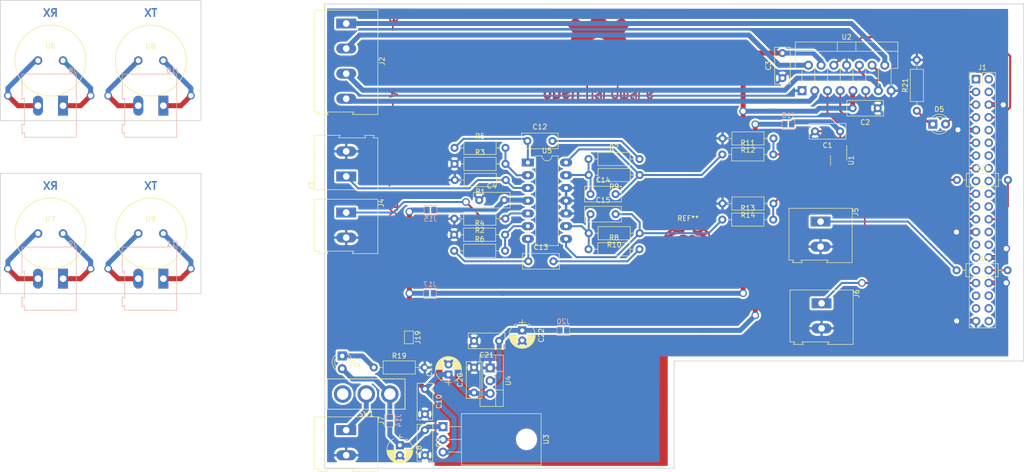
<source format=kicad_pcb>
(kicad_pcb (version 4) (host pcbnew 4.0.7-e2-6376~58~ubuntu16.04.1)
  (layers (0 F.Cu signal) (31 B.Cu signal) (34 B.Paste user) (35 F.Paste user) (36 B.SilkS user) (37 F.SilkS user) (38 B.Mask user) (39 F.Mask user) (44 Edge.Cuts user))
  (net 0 "")
  (net 1 +3V3)
  (net 2 "Net-(J1-Pad2)")
  (net 3 MOTOR_ENA)
  (net 4 "Net-(J1-Pad4)")
  (net 5 MOTOR_ENB)
  (net 6 GNDD)
  (net 7 "Net-(J1-Pad10)")
  (net 8 MOTOR_1_1)
  (net 9 "Net-(J1-Pad12)")
  (net 10 MOTOR_1_2)
  (net 11 "Net-(J1-Pad14)")
  (net 12 "Net-(J1-Pad17)")
  (net 13 "Net-(J1-Pad18)")
  (net 14 SPI_MOSI)
  (net 15 PHASE_A)
  (net 16 PHASE_A-)
  (net 17 PHASE_B)
  (net 18 PHASE_B-)
  (net 19 SPI_NSS0)
  (net 20 ULTRA_RX2)
  (net 21 ULTRA_RX1)
  (net 22 SPI_MISO)
  (net 23 SPI_SCK)
  (net 24 +5V)
  (net 25 MOTOR_2_1)
  (net 26 MOTOR_2_2)
  (net 27 "Net-(J1-Pad22)")
  (net 28 SPI_NSS1)
  (net 29 "Net-(J1-Pad27)")
  (net 30 "Net-(J1-Pad28)")
  (net 31 "Net-(J1-Pad29)")
  (net 32 "Net-(J1-Pad31)")
  (net 33 ULTRA_TX2)
  (net 34 ULTRA_TX1)
  (net 35 "Net-(J1-Pad35)")
  (net 36 "Net-(J1-Pad36)")
  (net 37 "Net-(J1-Pad37)")
  (net 38 "Net-(J1-Pad38)")
  (net 39 "Net-(J1-Pad40)")
  (net 40 "Net-(J7-Pad1)")
  (net 41 "Net-(D7-Pad1)")
  (net 42 "Net-(SW1-Pad1)")
  (net 43 ULTRA_RX1_RAW)
  (net 44 ULTRA_RX2_RAW)
  (net 45 "Net-(R3-Pad2)")
  (net 46 "Net-(R4-Pad2)")
  (net 47 "Net-(C12-Pad1)")
  (net 48 "Net-(C13-Pad1)")
  (net 49 "Net-(C14-Pad1)")
  (net 50 "Net-(C12-Pad2)")
  (net 51 "Net-(C15-Pad1)")
  (net 52 "Net-(C13-Pad2)")
  (net 53 "Net-(C14-Pad2)")
  (net 54 "Net-(C15-Pad2)")
  (net 55 "Net-(J10-Pad1)")
  (net 56 "Net-(J11-Pad1)")
  (net 57 "Net-(J1-Pad16)")
  (net 58 "Net-(J5-Pad1)")
  (net 59 "Net-(J10-Pad2)")
  (net 60 "Net-(J11-Pad2)")
  (net 61 +Vs)
  (net 62 "Net-(J1-Pad1)")
  (net 63 "Net-(D5-Pad1)")
  (net 64 DEBUG_PIN)
  (module Capacitors_THT:C_Rect_L7.2mm_W3.0mm_P5.00mm_FKS2_FKP2_MKS2_MKP2 (layer F.Cu) (at 184.47 66.11 180)
    (fp_text reference C1 (at 2.5 -2.81 180) (layer F.SilkS))
    (fp_text value 100nF)
    (pad 1 thru_hole circle (at 0 0 180) (size 1.6 1.6) (drill 0.8) (layers *.Cu *.Mask) (net 1 +3V3))
    (pad 2 thru_hole circle (at 5 0 180) (size 1.6 1.6) (drill 0.8) (layers *.Cu *.Mask) (net 6 GNDD))
  )
  (module BowlsEye:MyVSSOP-8_3.0x3.0mm_Pitch0.65mm (layer F.Cu) (at 184.17 71.91 270)
    (fp_text reference U1 (at 0 -2.5 270) (layer F.SilkS))
    (fp_text value ADC122S101)
    (pad 1 smd rect (at -2.2 -0.975 180) (size 0.38 1.45) (layers F.Cu F.Paste F.Mask) (net 19 SPI_NSS0))
    (pad 2 smd rect (at -2.2 -0.325 180) (size 0.38 1.45) (layers F.Cu F.Paste F.Mask) (net 1 +3V3))
    (pad 3 smd rect (at -2.2 0.325 180) (size 0.38 1.45) (layers F.Cu F.Paste F.Mask) (net 6 GNDD))
    (pad 4 smd rect (at -2.2 0.975 180) (size 0.38 1.45) (layers F.Cu F.Paste F.Mask) (net 21 ULTRA_RX1))
    (pad 5 smd rect (at 2.2 0.975 180) (size 0.38 1.45) (layers F.Cu F.Paste F.Mask) (net 20 ULTRA_RX2))
    (pad 6 smd rect (at 2.2 0.325 180) (size 0.38 1.45) (layers F.Cu F.Paste F.Mask) (net 14 SPI_MOSI))
    (pad 7 smd rect (at 2.2 -0.325 180) (size 0.38 1.45) (layers F.Cu F.Paste F.Mask) (net 22 SPI_MISO))
    (pad 8 smd rect (at 2.2 -0.975 180) (size 0.38 1.45) (layers F.Cu F.Paste F.Mask) (net 23 SPI_SCK))
  )
  (module TO_SOT_Packages_THT:TO-220-15_Vertical_StaggeredType1 (layer F.Cu) (at 176.87 58.01)
    (fp_text reference U2 (at 8.89 -10.7) (layer F.SilkS))
    (fp_text value L298_TH)
    (pad 1 thru_hole rect (at 0 0) (size 1.8 1.8) (drill 1) (layers *.Cu *.Mask) (net 6 GNDD))
    (pad 2 thru_hole oval (at 1.27 -5.08) (size 1.8 1.8) (drill 1) (layers *.Cu *.Mask) (net 15 PHASE_A))
    (pad 3 thru_hole oval (at 2.54 0) (size 1.8 1.8) (drill 1) (layers *.Cu *.Mask) (net 16 PHASE_A-))
    (pad 4 thru_hole oval (at 3.81 -5.08) (size 1.8 1.8) (drill 1) (layers *.Cu *.Mask) (net 24 +5V))
    (pad 5 thru_hole oval (at 5.08 0) (size 1.8 1.8) (drill 1) (layers *.Cu *.Mask) (net 8 MOTOR_1_1))
    (pad 6 thru_hole oval (at 6.35 -5.08) (size 1.8 1.8) (drill 1) (layers *.Cu *.Mask) (net 3 MOTOR_ENA))
    (pad 7 thru_hole oval (at 7.62 0) (size 1.8 1.8) (drill 1) (layers *.Cu *.Mask) (net 10 MOTOR_1_2))
    (pad 8 thru_hole oval (at 8.89 -5.08) (size 1.8 1.8) (drill 1) (layers *.Cu *.Mask) (net 6 GNDD))
    (pad 9 thru_hole oval (at 10.16 0) (size 1.8 1.8) (drill 1) (layers *.Cu *.Mask) (net 24 +5V))
    (pad 10 thru_hole oval (at 11.43 -5.08) (size 1.8 1.8) (drill 1) (layers *.Cu *.Mask) (net 25 MOTOR_2_1))
    (pad 11 thru_hole oval (at 12.7 0) (size 1.8 1.8) (drill 1) (layers *.Cu *.Mask) (net 5 MOTOR_ENB))
    (pad 12 thru_hole oval (at 13.97 -5.08) (size 1.8 1.8) (drill 1) (layers *.Cu *.Mask) (net 26 MOTOR_2_2))
    (pad 13 thru_hole oval (at 15.24 0) (size 1.8 1.8) (drill 1) (layers *.Cu *.Mask) (net 17 PHASE_B))
    (pad 14 thru_hole oval (at 16.51 -5.08) (size 1.8 1.8) (drill 1) (layers *.Cu *.Mask) (net 18 PHASE_B-))
    (pad 15 thru_hole oval (at 17.78 0) (size 1.8 1.8) (drill 1) (layers *.Cu *.Mask) (net 6 GNDD))
  )
  (module Pin_Headers:Pin_Header_Straight_2x20_Pitch2.54mm (layer F.Cu) (at 211.57 55.71)
    (fp_text reference J1 (at 1.27 -2.33) (layer F.SilkS))
    (fp_text value CONN_02X20)
    (pad 1 thru_hole rect (at 0 0) (size 1.7 1.7) (drill 1) (layers *.Cu *.Mask) (net 62 "Net-(J1-Pad1)"))
    (pad 2 thru_hole oval (at 2.54 0) (size 1.7 1.7) (drill 1) (layers *.Cu *.Mask) (net 2 "Net-(J1-Pad2)"))
    (pad 3 thru_hole oval (at 0 2.54) (size 1.7 1.7) (drill 1) (layers *.Cu *.Mask) (net 26 MOTOR_2_2))
    (pad 4 thru_hole oval (at 2.54 2.54) (size 1.7 1.7) (drill 1) (layers *.Cu *.Mask) (net 4 "Net-(J1-Pad4)"))
    (pad 5 thru_hole oval (at 0 5.08) (size 1.7 1.7) (drill 1) (layers *.Cu *.Mask) (net 25 MOTOR_2_1))
    (pad 6 thru_hole oval (at 2.54 5.08) (size 1.7 1.7) (drill 1) (layers *.Cu *.Mask) (net 6 GNDD))
    (pad 7 thru_hole oval (at 0 7.62) (size 1.7 1.7) (drill 1) (layers *.Cu *.Mask) (net 64 DEBUG_PIN))
    (pad 8 thru_hole oval (at 2.54 7.62) (size 1.7 1.7) (drill 1) (layers *.Cu *.Mask) (net 3 MOTOR_ENA))
    (pad 9 thru_hole oval (at 0 10.16) (size 1.7 1.7) (drill 1) (layers *.Cu *.Mask) (net 6 GNDD))
    (pad 10 thru_hole oval (at 2.54 10.16) (size 1.7 1.7) (drill 1) (layers *.Cu *.Mask) (net 7 "Net-(J1-Pad10)"))
    (pad 11 thru_hole oval (at 0 12.7) (size 1.7 1.7) (drill 1) (layers *.Cu *.Mask) (net 5 MOTOR_ENB))
    (pad 12 thru_hole oval (at 2.54 12.7) (size 1.7 1.7) (drill 1) (layers *.Cu *.Mask) (net 9 "Net-(J1-Pad12)"))
    (pad 13 thru_hole oval (at 0 15.24) (size 1.7 1.7) (drill 1) (layers *.Cu *.Mask) (net 10 MOTOR_1_2))
    (pad 14 thru_hole oval (at 2.54 15.24) (size 1.7 1.7) (drill 1) (layers *.Cu *.Mask) (net 11 "Net-(J1-Pad14)"))
    (pad 15 thru_hole oval (at 0 17.78) (size 1.7 1.7) (drill 1) (layers *.Cu *.Mask) (net 8 MOTOR_1_1))
    (pad 16 thru_hole oval (at 2.54 17.78) (size 1.7 1.7) (drill 1) (layers *.Cu *.Mask) (net 57 "Net-(J1-Pad16)"))
    (pad 17 thru_hole oval (at 0 20.32) (size 1.7 1.7) (drill 1) (layers *.Cu *.Mask) (net 12 "Net-(J1-Pad17)"))
    (pad 18 thru_hole oval (at 2.54 20.32) (size 1.7 1.7) (drill 1) (layers *.Cu *.Mask) (net 13 "Net-(J1-Pad18)"))
    (pad 19 thru_hole oval (at 0 22.86) (size 1.7 1.7) (drill 1) (layers *.Cu *.Mask) (net 14 SPI_MOSI))
    (pad 20 thru_hole oval (at 2.54 22.86) (size 1.7 1.7) (drill 1) (layers *.Cu *.Mask) (net 6 GNDD))
    (pad 21 thru_hole oval (at 0 25.4) (size 1.7 1.7) (drill 1) (layers *.Cu *.Mask) (net 22 SPI_MISO))
    (pad 22 thru_hole oval (at 2.54 25.4) (size 1.7 1.7) (drill 1) (layers *.Cu *.Mask) (net 27 "Net-(J1-Pad22)"))
    (pad 23 thru_hole oval (at 0 27.94) (size 1.7 1.7) (drill 1) (layers *.Cu *.Mask) (net 23 SPI_SCK))
    (pad 24 thru_hole oval (at 2.54 27.94) (size 1.7 1.7) (drill 1) (layers *.Cu *.Mask) (net 19 SPI_NSS0))
    (pad 25 thru_hole oval (at 0 30.48) (size 1.7 1.7) (drill 1) (layers *.Cu *.Mask) (net 6 GNDD))
    (pad 26 thru_hole oval (at 2.54 30.48) (size 1.7 1.7) (drill 1) (layers *.Cu *.Mask) (net 28 SPI_NSS1))
    (pad 27 thru_hole oval (at 0 33.02) (size 1.7 1.7) (drill 1) (layers *.Cu *.Mask) (net 29 "Net-(J1-Pad27)"))
    (pad 28 thru_hole oval (at 2.54 33.02) (size 1.7 1.7) (drill 1) (layers *.Cu *.Mask) (net 30 "Net-(J1-Pad28)"))
    (pad 29 thru_hole oval (at 0 35.56) (size 1.7 1.7) (drill 1) (layers *.Cu *.Mask) (net 31 "Net-(J1-Pad29)"))
    (pad 30 thru_hole oval (at 2.54 35.56) (size 1.7 1.7) (drill 1) (layers *.Cu *.Mask) (net 6 GNDD))
    (pad 31 thru_hole oval (at 0 38.1) (size 1.7 1.7) (drill 1) (layers *.Cu *.Mask) (net 32 "Net-(J1-Pad31)"))
    (pad 32 thru_hole oval (at 2.54 38.1) (size 1.7 1.7) (drill 1) (layers *.Cu *.Mask) (net 34 ULTRA_TX1))
    (pad 33 thru_hole oval (at 0 40.64) (size 1.7 1.7) (drill 1) (layers *.Cu *.Mask) (net 33 ULTRA_TX2))
    (pad 34 thru_hole oval (at 2.54 40.64) (size 1.7 1.7) (drill 1) (layers *.Cu *.Mask) (net 6 GNDD))
    (pad 35 thru_hole oval (at 0 43.18) (size 1.7 1.7) (drill 1) (layers *.Cu *.Mask) (net 35 "Net-(J1-Pad35)"))
    (pad 36 thru_hole oval (at 2.54 43.18) (size 1.7 1.7) (drill 1) (layers *.Cu *.Mask) (net 36 "Net-(J1-Pad36)"))
    (pad 37 thru_hole oval (at 0 45.72) (size 1.7 1.7) (drill 1) (layers *.Cu *.Mask) (net 37 "Net-(J1-Pad37)"))
    (pad 38 thru_hole oval (at 2.54 45.72) (size 1.7 1.7) (drill 1) (layers *.Cu *.Mask) (net 38 "Net-(J1-Pad38)"))
    (pad 39 thru_hole oval (at 0 48.26) (size 1.7 1.7) (drill 1) (layers *.Cu *.Mask) (net 6 GNDD))
    (pad 40 thru_hole oval (at 2.54 48.26) (size 1.7 1.7) (drill 1) (layers *.Cu *.Mask) (net 39 "Net-(J1-Pad40)"))
  )
  (module LEDs:LED_D3.0mm (layer F.Cu) (at 85.17 110.91 270)
    (fp_text reference D7 (at 1.27 -2.96 270) (layer F.SilkS))
    (fp_text value LED)
    (pad 1 thru_hole rect (at 0 0 270) (size 1.8 1.8) (drill 0.9) (layers *.Cu *.Mask) (net 41 "Net-(D7-Pad1)"))
    (pad 2 thru_hole circle (at 2.54 0 270) (size 1.8 1.8) (drill 0.9) (layers *.Cu *.Mask) (net 61 +Vs))
  )
  (module BowlsEye:SPDT (layer F.Cu) (at 89.97 118.51)
    (fp_text reference SW1 (at 0 3.95) (layer F.SilkS))
    (fp_text value SW_SPDT)
    (pad 1 thru_hole circle (at -4.7 0) (size 3.5 3.5) (drill 2.3) (layers *.Cu *.Mask) (net 42 "Net-(SW1-Pad1)"))
    (pad 2 thru_hole circle (at 0 0) (size 3.5 3.5) (drill 2.3) (layers *.Cu *.Mask) (net 40 "Net-(J7-Pad1)"))
    (pad 3 thru_hole circle (at 4.7 0) (size 3.5 3.5) (drill 2.3) (layers *.Cu *.Mask) (net 61 +Vs))
  )
  (module Resistors_THT:R_Axial_DIN0207_L6.3mm_D2.5mm_P10.16mm_Horizontal (layer F.Cu) (at 117.793907 75.833402 180)
    (fp_text reference R1 (at 5.08 -2.31 180) (layer F.SilkS))
    (fp_text value 3K9)
    (pad 1 thru_hole circle (at 0 0 180) (size 1.6 1.6) (drill 0.8) (layers *.Cu *.Mask) (net 43 ULTRA_RX1_RAW))
    (pad 2 thru_hole oval (at 10.16 0 180) (size 1.6 1.6) (drill 0.8) (layers *.Cu *.Mask) (net 6 GNDD))
  )
  (module Resistors_THT:R_Axial_DIN0207_L6.3mm_D2.5mm_P10.16mm_Horizontal (layer F.Cu) (at 117.693907 83.533401 180)
    (fp_text reference R2 (at 5.08 -2.31 180) (layer F.SilkS))
    (fp_text value 3K9)
    (pad 1 thru_hole circle (at 0 0 180) (size 1.6 1.6) (drill 0.8) (layers *.Cu *.Mask) (net 44 ULTRA_RX2_RAW))
    (pad 2 thru_hole oval (at 10.16 0 180) (size 1.6 1.6) (drill 0.8) (layers *.Cu *.Mask) (net 6 GNDD))
  )
  (module Resistors_THT:R_Axial_DIN0207_L6.3mm_D2.5mm_P10.16mm_Horizontal (layer F.Cu) (at 107.57 72.61)
    (fp_text reference R3 (at 5.08 -2.31) (layer F.SilkS))
    (fp_text value 1K)
    (pad 1 thru_hole circle (at 0 0) (size 1.6 1.6) (drill 0.8) (layers *.Cu *.Mask) (net 6 GNDD))
    (pad 2 thru_hole oval (at 10.16 0) (size 1.6 1.6) (drill 0.8) (layers *.Cu *.Mask) (net 45 "Net-(R3-Pad2)"))
  )
  (module Resistors_THT:R_Axial_DIN0207_L6.3mm_D2.5mm_P10.16mm_Horizontal (layer F.Cu) (at 107.493907 86.733402)
    (fp_text reference R4 (at 5.08 -2.31) (layer F.SilkS))
    (fp_text value 1K)
    (pad 1 thru_hole circle (at 0 0) (size 1.6 1.6) (drill 0.8) (layers *.Cu *.Mask) (net 6 GNDD))
    (pad 2 thru_hole oval (at 10.16 0) (size 1.6 1.6) (drill 0.8) (layers *.Cu *.Mask) (net 46 "Net-(R4-Pad2)"))
  )
  (module Resistors_THT:R_Axial_DIN0207_L6.3mm_D2.5mm_P10.16mm_Horizontal (layer F.Cu) (at 107.57 69.41)
    (fp_text reference R5 (at 5.08 -2.31) (layer F.SilkS))
    (fp_text value 100K)
    (pad 1 thru_hole circle (at 0 0) (size 1.6 1.6) (drill 0.8) (layers *.Cu *.Mask) (net 47 "Net-(C12-Pad1)"))
    (pad 2 thru_hole oval (at 10.16 0) (size 1.6 1.6) (drill 0.8) (layers *.Cu *.Mask) (net 45 "Net-(R3-Pad2)"))
  )
  (module Resistors_THT:R_Axial_DIN0207_L6.3mm_D2.5mm_P10.16mm_Horizontal (layer F.Cu) (at 107.5 89.94)
    (fp_text reference R6 (at 5.08 -2.31) (layer F.SilkS))
    (fp_text value 100K)
    (pad 1 thru_hole circle (at 0 0) (size 1.6 1.6) (drill 0.8) (layers *.Cu *.Mask) (net 48 "Net-(C13-Pad1)"))
    (pad 2 thru_hole oval (at 10.16 0) (size 1.6 1.6) (drill 0.8) (layers *.Cu *.Mask) (net 46 "Net-(R4-Pad2)"))
  )
  (module Resistors_THT:R_Axial_DIN0207_L6.3mm_D2.5mm_P10.16mm_Horizontal (layer F.Cu) (at 134.293907 71.633402)
    (fp_text reference R7 (at 5.08 -2.31) (layer F.SilkS))
    (fp_text value 1K)
    (pad 1 thru_hole circle (at 0 0) (size 1.6 1.6) (drill 0.8) (layers *.Cu *.Mask) (net 49 "Net-(C14-Pad1)"))
    (pad 2 thru_hole oval (at 10.16 0) (size 1.6 1.6) (drill 0.8) (layers *.Cu *.Mask) (net 50 "Net-(C12-Pad2)"))
  )
  (module Resistors_THT:R_Axial_DIN0207_L6.3mm_D2.5mm_P10.16mm_Horizontal (layer F.Cu) (at 134.293907 89.633402)
    (fp_text reference R8 (at 5.08 -2.31) (layer F.SilkS))
    (fp_text value 1K)
    (pad 1 thru_hole circle (at 0 0) (size 1.6 1.6) (drill 0.8) (layers *.Cu *.Mask) (net 51 "Net-(C15-Pad1)"))
    (pad 2 thru_hole oval (at 10.16 0) (size 1.6 1.6) (drill 0.8) (layers *.Cu *.Mask) (net 52 "Net-(C13-Pad2)"))
  )
  (module Resistors_THT:R_Axial_DIN0207_L6.3mm_D2.5mm_P10.16mm_Horizontal (layer F.Cu) (at 144.493907 74.833402 180)
    (fp_text reference R9 (at 5.08 -2.31 180) (layer F.SilkS))
    (fp_text value 100K)
    (pad 1 thru_hole circle (at 0 0 180) (size 1.6 1.6) (drill 0.8) (layers *.Cu *.Mask) (net 53 "Net-(C14-Pad2)"))
    (pad 2 thru_hole oval (at 10.16 0 180) (size 1.6 1.6) (drill 0.8) (layers *.Cu *.Mask) (net 49 "Net-(C14-Pad1)"))
  )
  (module Resistors_THT:R_Axial_DIN0207_L6.3mm_D2.5mm_P10.16mm_Horizontal (layer F.Cu) (at 144.493907 86.433402 180)
    (fp_text reference R10 (at 5.08 -2.31 180) (layer F.SilkS))
    (fp_text value 100K)
    (pad 1 thru_hole circle (at 0 0 180) (size 1.6 1.6) (drill 0.8) (layers *.Cu *.Mask) (net 54 "Net-(C15-Pad2)"))
    (pad 2 thru_hole oval (at 10.16 0 180) (size 1.6 1.6) (drill 0.8) (layers *.Cu *.Mask) (net 51 "Net-(C15-Pad1)"))
  )
  (module Resistors_THT:R_Axial_DIN0207_L6.3mm_D2.5mm_P10.16mm_Horizontal (layer F.Cu) (at 160.975 70.725)
    (fp_text reference R11 (at 5.08 -2.31) (layer F.SilkS))
    (fp_text value R)
    (pad 1 thru_hole circle (at 0 0) (size 1.6 1.6) (drill 0.8) (layers *.Cu *.Mask) (net 53 "Net-(C14-Pad2)"))
    (pad 2 thru_hole oval (at 10.16 0) (size 1.6 1.6) (drill 0.8) (layers *.Cu *.Mask) (net 21 ULTRA_RX1))
  )
  (module Resistors_THT:R_Axial_DIN0207_L6.3mm_D2.5mm_P10.16mm_Horizontal (layer F.Cu) (at 171.175 67.525 180)
    (fp_text reference R12 (at 5.08 -2.31 180) (layer F.SilkS))
    (fp_text value R)
    (pad 1 thru_hole circle (at 0 0 180) (size 1.6 1.6) (drill 0.8) (layers *.Cu *.Mask) (net 21 ULTRA_RX1))
    (pad 2 thru_hole oval (at 10.16 0 180) (size 1.6 1.6) (drill 0.8) (layers *.Cu *.Mask) (net 6 GNDD))
  )
  (module Resistors_THT:R_Axial_DIN0207_L6.3mm_D2.5mm_P10.16mm_Horizontal (layer F.Cu) (at 160.975 83.725)
    (fp_text reference R13 (at 5.08 -2.31) (layer F.SilkS))
    (fp_text value R)
    (pad 1 thru_hole circle (at 0 0) (size 1.6 1.6) (drill 0.8) (layers *.Cu *.Mask) (net 54 "Net-(C15-Pad2)"))
    (pad 2 thru_hole oval (at 10.16 0) (size 1.6 1.6) (drill 0.8) (layers *.Cu *.Mask) (net 20 ULTRA_RX2))
  )
  (module Resistors_THT:R_Axial_DIN0207_L6.3mm_D2.5mm_P10.16mm_Horizontal (layer F.Cu) (at 171.175 80.525 180)
    (fp_text reference R14 (at 5.08 -2.31 180) (layer F.SilkS))
    (fp_text value R)
    (pad 1 thru_hole circle (at 0 0 180) (size 1.6 1.6) (drill 0.8) (layers *.Cu *.Mask) (net 20 ULTRA_RX2))
    (pad 2 thru_hole oval (at 10.16 0 180) (size 1.6 1.6) (drill 0.8) (layers *.Cu *.Mask) (net 6 GNDD))
  )
  (module Resistors_THT:R_Axial_DIN0207_L6.3mm_D2.5mm_P10.16mm_Horizontal (layer F.Cu) (at 91.47 113.21)
    (fp_text reference R19 (at 5.08 -2.31) (layer F.SilkS))
    (fp_text value 220R)
    (pad 1 thru_hole circle (at 0 0) (size 1.6 1.6) (drill 0.8) (layers *.Cu *.Mask) (net 41 "Net-(D7-Pad1)"))
    (pad 2 thru_hole oval (at 10.16 0) (size 1.6 1.6) (drill 0.8) (layers *.Cu *.Mask) (net 6 GNDD))
  )
  (module Housings_DIP:DIP-14_W7.62mm_LongPads (layer F.Cu) (at 122.193907 72.333402)
    (fp_text reference U5 (at 3.81 -2.33) (layer F.SilkS))
    (fp_text value LM324N)
    (pad 1 thru_hole rect (at 0 0) (size 2.4 1.6) (drill 0.8) (layers *.Cu *.Mask) (net 47 "Net-(C12-Pad1)"))
    (pad 8 thru_hole oval (at 7.62 15.24) (size 2.4 1.6) (drill 0.8) (layers *.Cu *.Mask) (net 54 "Net-(C15-Pad2)"))
    (pad 2 thru_hole oval (at 0 2.54) (size 2.4 1.6) (drill 0.8) (layers *.Cu *.Mask) (net 45 "Net-(R3-Pad2)"))
    (pad 9 thru_hole oval (at 7.62 12.7) (size 2.4 1.6) (drill 0.8) (layers *.Cu *.Mask) (net 51 "Net-(C15-Pad1)"))
    (pad 3 thru_hole oval (at 0 5.08) (size 2.4 1.6) (drill 0.8) (layers *.Cu *.Mask) (net 43 ULTRA_RX1_RAW))
    (pad 10 thru_hole oval (at 7.62 10.16) (size 2.4 1.6) (drill 0.8) (layers *.Cu *.Mask) (net 6 GNDD))
    (pad 4 thru_hole oval (at 0 7.62) (size 2.4 1.6) (drill 0.8) (layers *.Cu *.Mask) (net 24 +5V))
    (pad 11 thru_hole oval (at 7.62 7.62) (size 2.4 1.6) (drill 0.8) (layers *.Cu *.Mask) (net 6 GNDD))
    (pad 5 thru_hole oval (at 0 10.16) (size 2.4 1.6) (drill 0.8) (layers *.Cu *.Mask) (net 44 ULTRA_RX2_RAW))
    (pad 12 thru_hole oval (at 7.62 5.08) (size 2.4 1.6) (drill 0.8) (layers *.Cu *.Mask) (net 6 GNDD))
    (pad 6 thru_hole oval (at 0 12.7) (size 2.4 1.6) (drill 0.8) (layers *.Cu *.Mask) (net 46 "Net-(R4-Pad2)"))
    (pad 13 thru_hole oval (at 7.62 2.54) (size 2.4 1.6) (drill 0.8) (layers *.Cu *.Mask) (net 49 "Net-(C14-Pad1)"))
    (pad 7 thru_hole oval (at 0 15.24) (size 2.4 1.6) (drill 0.8) (layers *.Cu *.Mask) (net 48 "Net-(C13-Pad1)"))
    (pad 14 thru_hole oval (at 7.62 0) (size 2.4 1.6) (drill 0.8) (layers *.Cu *.Mask) (net 53 "Net-(C14-Pad2)"))
  )
  (module Connectors_Terminal_Blocks:TerminalBlock_Altech_AK300-2_P5.00mm (layer F.Cu) (at 85.97 75.11 90)
    (fp_text reference J3 (at -1.92 -6.99 90) (layer F.SilkS))
    (fp_text value CONN_01X02)
    (pad 1 thru_hole rect (at 0 0 90) (size 1.98 3.96) (drill 1.32) (layers *.Cu *.Mask) (net 43 ULTRA_RX1_RAW))
    (pad 2 thru_hole oval (at 5 0 90) (size 1.98 3.96) (drill 1.32) (layers *.Cu *.Mask) (net 6 GNDD))
  )
  (module Connectors_Terminal_Blocks:TerminalBlock_Altech_AK300-2_P5.00mm (layer F.Cu) (at 85.97 82.31 270)
    (fp_text reference J4 (at -1.92 -6.99 270) (layer F.SilkS))
    (fp_text value CONN_01X02)
    (pad 1 thru_hole rect (at 0 0 270) (size 1.98 3.96) (drill 1.32) (layers *.Cu *.Mask) (net 44 ULTRA_RX2_RAW))
    (pad 2 thru_hole oval (at 5 0 270) (size 1.98 3.96) (drill 1.32) (layers *.Cu *.Mask) (net 6 GNDD))
  )
  (module Connectors_Terminal_Blocks:TerminalBlock_Altech_AK300-2_P5.00mm (layer F.Cu) (at 180.57 84.11 270)
    (fp_text reference J5 (at -1.92 -6.99 270) (layer F.SilkS))
    (fp_text value CONN_01X02)
    (pad 1 thru_hole rect (at 0 0 270) (size 1.98 3.96) (drill 1.32) (layers *.Cu *.Mask) (net 58 "Net-(J5-Pad1)"))
    (pad 2 thru_hole oval (at 5 0 270) (size 1.98 3.96) (drill 1.32) (layers *.Cu *.Mask) (net 6 GNDD))
  )
  (module Connectors_Terminal_Blocks:TerminalBlock_Altech_AK300-2_P5.00mm (layer F.Cu) (at 180.77 100.41 270)
    (fp_text reference J6 (at -1.92 -6.99 270) (layer F.SilkS))
    (fp_text value CONN_01X02)
    (pad 1 thru_hole rect (at 0 0 270) (size 1.98 3.96) (drill 1.32) (layers *.Cu *.Mask) (net 33 ULTRA_TX2))
    (pad 2 thru_hole oval (at 5 0 270) (size 1.98 3.96) (drill 1.32) (layers *.Cu *.Mask) (net 6 GNDD))
  )
  (module Capacitors_THT:C_Rect_L7.2mm_W3.0mm_P5.00mm_FKS2_FKP2_MKS2_MKP2 (layer F.Cu) (at 172.97 55.51 90)
    (fp_text reference C3 (at 2.5 -2.81 90) (layer F.SilkS))
    (fp_text value 100nF)
    (pad 1 thru_hole circle (at 0 0 90) (size 1.6 1.6) (drill 0.8) (layers *.Cu *.Mask) (net 6 GNDD))
    (pad 2 thru_hole circle (at 5 0 90) (size 1.6 1.6) (drill 0.8) (layers *.Cu *.Mask) (net 24 +5V))
  )
  (module Capacitors_THT:CP_Radial_D5.0mm_P2.00mm (layer F.Cu) (at 96.67 128.71 270)
    (fp_text reference C8 (at 1 -3.81 270) (layer F.SilkS))
    (fp_text value 10uF)
    (pad 1 thru_hole rect (at 0 0 270) (size 1.6 1.6) (drill 0.8) (layers *.Cu *.Mask) (net 61 +Vs))
    (pad 2 thru_hole circle (at 2 0 270) (size 1.6 1.6) (drill 0.8) (layers *.Cu *.Mask) (net 6 GNDD))
  )
  (module Capacitors_THT:CP_Radial_D5.0mm_P2.00mm (layer F.Cu) (at 106.37 114.61 90)
    (fp_text reference C11 (at 1 -3.81 90) (layer F.SilkS))
    (fp_text value 10uF)
    (pad 1 thru_hole rect (at 0 0 90) (size 1.6 1.6) (drill 0.8) (layers *.Cu *.Mask) (net 24 +5V))
    (pad 2 thru_hole circle (at 2 0 90) (size 1.6 1.6) (drill 0.8) (layers *.Cu *.Mask) (net 6 GNDD))
  )
  (module Capacitors_THT:CP_Radial_D5.0mm_P2.00mm (layer F.Cu) (at 121.07 105.81 270)
    (fp_text reference C22 (at 1 -3.81 270) (layer F.SilkS))
    (fp_text value 10uF)
    (pad 1 thru_hole rect (at 0 0 270) (size 1.6 1.6) (drill 0.8) (layers *.Cu *.Mask) (net 1 +3V3))
    (pad 2 thru_hole circle (at 2 0 270) (size 1.6 1.6) (drill 0.8) (layers *.Cu *.Mask) (net 6 GNDD))
  )
  (module Capacitors_THT:C_Rect_L7.2mm_W3.0mm_P5.00mm_FKS2_FKP2_MKS2_MKP2 (layer F.Cu) (at 191.97 61.51 180)
    (fp_text reference C2 (at 2.5 -2.81 180) (layer F.SilkS))
    (fp_text value 100nF)
    (pad 1 thru_hole circle (at 0 0 180) (size 1.6 1.6) (drill 0.8) (layers *.Cu *.Mask) (net 6 GNDD))
    (pad 2 thru_hole circle (at 5 0 180) (size 1.6 1.6) (drill 0.8) (layers *.Cu *.Mask) (net 24 +5V))
  )
  (module Capacitors_THT:C_Rect_L7.2mm_W3.0mm_P5.00mm_FKS2_FKP2_MKS2_MKP2 (layer F.Cu) (at 112.493907 79.833402)
    (fp_text reference C4 (at 2.5 -2.81) (layer F.SilkS))
    (fp_text value 100nF)
    (pad 1 thru_hole circle (at 0 0) (size 1.6 1.6) (drill 0.8) (layers *.Cu *.Mask) (net 6 GNDD))
    (pad 2 thru_hole circle (at 5 0) (size 1.6 1.6) (drill 0.8) (layers *.Cu *.Mask) (net 24 +5V))
  )
  (module Capacitors_THT:C_Rect_L7.2mm_W3.0mm_P5.00mm_FKS2_FKP2_MKS2_MKP2 (layer F.Cu) (at 101.67 125.71 270)
    (fp_text reference C9 (at 2.5 -2.81 270) (layer F.SilkS))
    (fp_text value 100nF)
    (pad 1 thru_hole circle (at 0 0 270) (size 1.6 1.6) (drill 0.8) (layers *.Cu *.Mask) (net 61 +Vs))
    (pad 2 thru_hole circle (at 5 0 270) (size 1.6 1.6) (drill 0.8) (layers *.Cu *.Mask) (net 6 GNDD))
  )
  (module Capacitors_THT:C_Rect_L7.2mm_W3.0mm_P5.00mm_FKS2_FKP2_MKS2_MKP2 (layer F.Cu) (at 101.67 117.51 270)
    (fp_text reference C10 (at 2.5 -2.81 270) (layer F.SilkS))
    (fp_text value 100nF)
    (pad 1 thru_hole circle (at 0 0 270) (size 1.6 1.6) (drill 0.8) (layers *.Cu *.Mask) (net 24 +5V))
    (pad 2 thru_hole circle (at 5 0 270) (size 1.6 1.6) (drill 0.8) (layers *.Cu *.Mask) (net 6 GNDD))
  )
  (module Capacitors_THT:C_Rect_L7.2mm_W3.0mm_P5.00mm_FKS2_FKP2_MKS2_MKP2 (layer F.Cu) (at 122.093907 68.033402)
    (fp_text reference C12 (at 2.5 -2.81) (layer F.SilkS))
    (fp_text value 10nF)
    (pad 1 thru_hole circle (at 0 0) (size 1.6 1.6) (drill 0.8) (layers *.Cu *.Mask) (net 47 "Net-(C12-Pad1)"))
    (pad 2 thru_hole circle (at 5 0) (size 1.6 1.6) (drill 0.8) (layers *.Cu *.Mask) (net 50 "Net-(C12-Pad2)"))
  )
  (module Capacitors_THT:C_Rect_L7.2mm_W3.0mm_P5.00mm_FKS2_FKP2_MKS2_MKP2 (layer F.Cu) (at 122.293907 92.033402)
    (fp_text reference C13 (at 2.5 -2.81) (layer F.SilkS))
    (fp_text value 10nF)
    (pad 1 thru_hole circle (at 0 0) (size 1.6 1.6) (drill 0.8) (layers *.Cu *.Mask) (net 48 "Net-(C13-Pad1)"))
    (pad 2 thru_hole circle (at 5 0) (size 1.6 1.6) (drill 0.8) (layers *.Cu *.Mask) (net 52 "Net-(C13-Pad2)"))
  )
  (module Capacitors_THT:C_Rect_L7.2mm_W3.0mm_P5.00mm_FKS2_FKP2_MKS2_MKP2 (layer F.Cu) (at 134.693907 78.633402)
    (fp_text reference C14 (at 2.5 -2.81) (layer F.SilkS))
    (fp_text value 10pF)
    (pad 1 thru_hole circle (at 0 0) (size 1.6 1.6) (drill 0.8) (layers *.Cu *.Mask) (net 49 "Net-(C14-Pad1)"))
    (pad 2 thru_hole circle (at 5 0) (size 1.6 1.6) (drill 0.8) (layers *.Cu *.Mask) (net 53 "Net-(C14-Pad2)"))
  )
  (module Capacitors_THT:C_Rect_L7.2mm_W3.0mm_P5.00mm_FKS2_FKP2_MKS2_MKP2 (layer F.Cu) (at 134.693907 82.633402)
    (fp_text reference C15 (at 2.5 -2.81) (layer F.SilkS))
    (fp_text value 10pF)
    (pad 1 thru_hole circle (at 0 0) (size 1.6 1.6) (drill 0.8) (layers *.Cu *.Mask) (net 51 "Net-(C15-Pad1)"))
    (pad 2 thru_hole circle (at 5 0) (size 1.6 1.6) (drill 0.8) (layers *.Cu *.Mask) (net 54 "Net-(C15-Pad2)"))
  )
  (module Capacitors_THT:C_Rect_L7.2mm_W3.0mm_P5.00mm_FKS2_FKP2_MKS2_MKP2 (layer F.Cu) (at 111.47 118.21 90)
    (fp_text reference C20 (at 2.5 -2.81 90) (layer F.SilkS))
    (fp_text value 100nF)
    (pad 1 thru_hole circle (at 0 0 90) (size 1.6 1.6) (drill 0.8) (layers *.Cu *.Mask) (net 24 +5V))
    (pad 2 thru_hole circle (at 5 0 90) (size 1.6 1.6) (drill 0.8) (layers *.Cu *.Mask) (net 6 GNDD))
  )
  (module Capacitors_THT:C_Rect_L7.2mm_W3.0mm_P5.00mm_FKS2_FKP2_MKS2_MKP2 (layer F.Cu) (at 116.47 107.91 180)
    (fp_text reference C21 (at 2.5 -2.81 180) (layer F.SilkS))
    (fp_text value 100nF)
    (pad 1 thru_hole circle (at 0 0 180) (size 1.6 1.6) (drill 0.8) (layers *.Cu *.Mask) (net 1 +3V3))
    (pad 2 thru_hole circle (at 5 0 180) (size 1.6 1.6) (drill 0.8) (layers *.Cu *.Mask) (net 6 GNDD))
  )
  (module Connectors_Terminal_Blocks:TerminalBlock_Altech_AK300-4_P5.00mm (layer F.Cu) (at 85.97 44.61 270)
    (fp_text reference J2 (at 7.5 -7.15 270) (layer F.SilkS))
    (fp_text value CONN_01X04)
    (pad 1 thru_hole rect (at 0 0 270) (size 1.98 3.96) (drill 1.32) (layers *.Cu *.Mask) (net 18 PHASE_B-))
    (pad 2 thru_hole oval (at 5 0 270) (size 1.98 3.96) (drill 1.32) (layers *.Cu *.Mask) (net 15 PHASE_A))
    (pad 4 thru_hole oval (at 15 0 270) (size 1.98 3.96) (drill 1.32) (layers *.Cu *.Mask) (net 16 PHASE_A-))
    (pad 3 thru_hole oval (at 10 0 270) (size 1.98 3.96) (drill 1.32) (layers *.Cu *.Mask) (net 17 PHASE_B))
  )
  (module Connectors_Terminal_Blocks:TerminalBlock_Altech_AK300-2_P5.00mm (layer F.Cu) (at 85.97 125.71 270)
    (fp_text reference J7 (at -1.92 -6.99 270) (layer F.SilkS))
    (fp_text value CONN_01X02)
    (pad 1 thru_hole rect (at 0 0 270) (size 1.98 3.96) (drill 1.32) (layers *.Cu *.Mask) (net 40 "Net-(J7-Pad1)"))
    (pad 2 thru_hole oval (at 5 0 270) (size 1.98 3.96) (drill 1.32) (layers *.Cu *.Mask) (net 6 GNDD))
  )
  (module TO_SOT_Packages_THT:TO-220-3_Horizontal (layer F.Cu) (at 105.27 125.01 270)
    (fp_text reference U3 (at 2.54 -20.58 270) (layer F.SilkS))
    (fp_text value L78S05CV)
    (pad 0 np_thru_hole oval (at 2.54 -16.66 270) (size 3.5 3.5) (drill 3.5) (layers *.Cu *.Mask))
    (pad 1 thru_hole rect (at 0 0 270) (size 1.8 1.8) (drill 1) (layers *.Cu *.Mask) (net 61 +Vs))
    (pad 2 thru_hole oval (at 2.54 0 270) (size 1.8 1.8) (drill 1) (layers *.Cu *.Mask) (net 6 GNDD))
    (pad 3 thru_hole oval (at 5.08 0 270) (size 1.8 1.8) (drill 1) (layers *.Cu *.Mask) (net 24 +5V))
  )
  (module Resistors_THT:R_Axial_DIN0207_L6.3mm_D2.5mm_P10.16mm_Horizontal (layer F.Cu) (at 207.77 75.81)
    (fp_text reference R20 (at 5.08 -2.31) (layer F.SilkS))
    (fp_text value 0R)
    (pad 1 thru_hole circle (at 0 0) (size 1.6 1.6) (drill 0.8) (layers *.Cu *.Mask) (net 19 SPI_NSS0))
    (pad 2 thru_hole oval (at 10.16 0) (size 1.6 1.6) (drill 0.8) (layers *.Cu *.Mask) (net 19 SPI_NSS0))
  )
  (module Connectors:GS2 (layer B.Cu) (at 94.67 123.81)
    (fp_text reference J14 (at 1.78 0 270) (layer B.SilkS) (effects (justify mirror)))
    (fp_text value GS2)
    (pad 1 smd rect (at 0 0.64) (size 1.27 0.97) (layers B.Cu B.Paste B.Mask) (net 61 +Vs))
    (pad 2 smd rect (at 0 -0.64) (size 1.27 0.97) (layers B.Cu B.Paste B.Mask) (net 61 +Vs))
  )
  (module Connectors:GS2 (layer B.Cu) (at 102.77 81.81 270)
    (fp_text reference J15 (at 1.78 0 540) (layer B.SilkS) (effects (justify mirror)))
    (fp_text value GS2)
    (pad 1 smd rect (at 0 0.64 270) (size 1.27 0.97) (layers B.Cu B.Paste B.Mask) (net 24 +5V))
    (pad 2 smd rect (at 0 -0.64 270) (size 1.27 0.97) (layers B.Cu B.Paste B.Mask) (net 24 +5V))
  )
  (module Connectors:GS2 (layer B.Cu) (at 102.67 98.41 90)
    (fp_text reference J17 (at 1.78 0 360) (layer B.SilkS) (effects (justify mirror)))
    (fp_text value GS2)
    (pad 1 smd rect (at 0 0.64 90) (size 1.27 0.97) (layers B.Cu B.Paste B.Mask) (net 24 +5V))
    (pad 2 smd rect (at 0 -0.64 90) (size 1.27 0.97) (layers B.Cu B.Paste B.Mask) (net 24 +5V))
  )
  (module Connectors:GS2 (layer B.Cu) (at 174.15 64.7 90)
    (fp_text reference J18 (at 1.78 0 360) (layer B.SilkS) (effects (justify mirror)))
    (fp_text value GS2)
    (pad 1 smd rect (at 0 0.64 90) (size 1.27 0.97) (layers B.Cu B.Paste B.Mask) (net 1 +3V3))
    (pad 2 smd rect (at 0 -0.64 90) (size 1.27 0.97) (layers B.Cu B.Paste B.Mask) (net 1 +3V3))
  )
  (module Connectors:GS2 (layer F.Cu) (at 98.47 107.21)
    (fp_text reference J19 (at 1.78 0 90) (layer F.SilkS))
    (fp_text value GS2)
    (pad 1 smd rect (at 0 -0.64) (size 1.27 0.97) (layers F.Cu F.Paste F.Mask) (net 24 +5V))
    (pad 2 smd rect (at 0 0.64) (size 1.27 0.97) (layers F.Cu F.Paste F.Mask) (net 24 +5V))
  )
  (module Connectors:GS2 (layer B.Cu) (at 129.27 105.81 90)
    (fp_text reference J20 (at 1.78 0 360) (layer B.SilkS) (effects (justify mirror)))
    (fp_text value GS2)
    (pad 1 smd rect (at 0 0.64 90) (size 1.27 0.97) (layers B.Cu B.Paste B.Mask) (net 1 +3V3))
    (pad 2 smd rect (at 0 -0.64 90) (size 1.27 0.97) (layers B.Cu B.Paste B.Mask) (net 1 +3V3))
  )
  (module LEDs:LED_D3.0mm (layer F.Cu) (at 202.96 64.68)
    (fp_text reference D5 (at 1.27 -2.96) (layer F.SilkS))
    (fp_text value LED)
    (pad 1 thru_hole rect (at 0 0) (size 1.8 1.8) (drill 0.9) (layers *.Cu *.Mask) (net 63 "Net-(D5-Pad1)"))
    (pad 2 thru_hole circle (at 2.54 0) (size 1.8 1.8) (drill 0.9) (layers *.Cu *.Mask) (net 64 DEBUG_PIN))
  )
  (module Resistors_THT:R_Axial_DIN0207_L6.3mm_D2.5mm_P10.16mm_Horizontal (layer F.Cu) (at 199.77 62.03 90)
    (fp_text reference R21 (at 5.08 -2.31 90) (layer F.SilkS))
    (fp_text value 220R)
    (pad 1 thru_hole circle (at 0 0 90) (size 1.6 1.6) (drill 0.8) (layers *.Cu *.Mask) (net 63 "Net-(D5-Pad1)"))
    (pad 2 thru_hole oval (at 10.16 0 90) (size 1.6 1.6) (drill 0.8) (layers *.Cu *.Mask) (net 6 GNDD))
  )
  (module Connectors_Terminal_Blocks:TerminalBlock_Altech_AK300-2_P5.00mm (layer B.Cu) (at 49.5 95.5 180)
    (fp_text reference J11 (at -1.92 6.99 180) (layer B.SilkS) (effects (justify mirror)))
    (fp_text value CONN_01X02)
    (pad 1 thru_hole rect (at 0 0 180) (size 1.98 3.96) (drill 1.32) (layers *.Cu *.Mask) (net 56 "Net-(J11-Pad1)"))
    (pad 2 thru_hole oval (at 5 0 180) (size 1.98 3.96) (drill 1.32) (layers *.Cu *.Mask) (net 60 "Net-(J11-Pad2)"))
  )
  (module BowlsEye:transducer (layer F.Cu) (at 27 86.5 180)
    (fp_text reference U7 (at 0.05 2.9 180) (layer F.SilkS))
    (fp_text value transducer_r)
    (pad 1 thru_hole circle (at -2.5 0 180) (size 1.7 1.7) (drill 1) (layers *.Cu *.Mask) (net 44 ULTRA_RX2_RAW))
    (pad 2 thru_hole circle (at 2.5 0 180) (size 1.7 1.7) (drill 1) (layers *.Cu *.Mask) (net 6 GNDD))
  )
  (module BowlsEye:transducer (layer F.Cu) (at 47 86.5 180)
    (fp_text reference U9 (at 0.05 2.9 180) (layer F.SilkS))
    (fp_text value transducer_t)
    (pad 1 thru_hole circle (at -2.5 0 180) (size 1.7 1.7) (drill 1) (layers *.Cu *.Mask) (net 56 "Net-(J11-Pad1)"))
    (pad 2 thru_hole circle (at 2.5 0 180) (size 1.7 1.7) (drill 1) (layers *.Cu *.Mask) (net 60 "Net-(J11-Pad2)"))
  )
  (module Connectors_Terminal_Blocks:TerminalBlock_Altech_AK300-2_P5.00mm (layer B.Cu) (at 29.5 95.5 180)
    (fp_text reference J9 (at -1.92 6.99 180) (layer B.SilkS) (effects (justify mirror)))
    (fp_text value CONN_01X02)
    (pad 1 thru_hole rect (at 0 0 180) (size 1.98 3.96) (drill 1.32) (layers *.Cu *.Mask) (net 44 ULTRA_RX2_RAW))
    (pad 2 thru_hole oval (at 5 0 180) (size 1.98 3.96) (drill 1.32) (layers *.Cu *.Mask) (net 6 GNDD))
  )
  (module Connectors_Terminal_Blocks:TerminalBlock_Altech_AK300-2_P5.00mm (layer B.Cu) (at 29.5 61 180)
    (fp_text reference J8 (at -1.92 6.99 180) (layer B.SilkS) (effects (justify mirror)))
    (fp_text value CONN_01X02)
    (pad 1 thru_hole rect (at 0 0 180) (size 1.98 3.96) (drill 1.32) (layers *.Cu *.Mask) (net 43 ULTRA_RX1_RAW))
    (pad 2 thru_hole oval (at 5 0 180) (size 1.98 3.96) (drill 1.32) (layers *.Cu *.Mask) (net 6 GNDD))
  )
  (module Connectors_Terminal_Blocks:TerminalBlock_Altech_AK300-2_P5.00mm (layer B.Cu) (at 49.5 61 180)
    (fp_text reference J10 (at -1.92 6.99 180) (layer B.SilkS) (effects (justify mirror)))
    (fp_text value CONN_01X02)
    (pad 1 thru_hole rect (at 0 0 180) (size 1.98 3.96) (drill 1.32) (layers *.Cu *.Mask) (net 55 "Net-(J10-Pad1)"))
    (pad 2 thru_hole oval (at 5 0 180) (size 1.98 3.96) (drill 1.32) (layers *.Cu *.Mask) (net 59 "Net-(J10-Pad2)"))
  )
  (module BowlsEye:transducer (layer F.Cu) (at 27 52 180)
    (fp_text reference U6 (at 0.05 2.9 180) (layer F.SilkS))
    (fp_text value transducer_r)
    (pad 1 thru_hole circle (at -2.5 0 180) (size 1.7 1.7) (drill 1) (layers *.Cu *.Mask) (net 43 ULTRA_RX1_RAW))
    (pad 2 thru_hole circle (at 2.5 0 180) (size 1.7 1.7) (drill 1) (layers *.Cu *.Mask) (net 6 GNDD))
  )
  (module BowlsEye:transducer (layer F.Cu) (at 47 52 180)
    (fp_text reference U8 (at 0.05 2.9 180) (layer F.SilkS))
    (fp_text value transducer_t)
    (pad 1 thru_hole circle (at -2.5 0 180) (size 1.7 1.7) (drill 1) (layers *.Cu *.Mask) (net 55 "Net-(J10-Pad1)"))
    (pad 2 thru_hole circle (at 2.5 0 180) (size 1.7 1.7) (drill 1) (layers *.Cu *.Mask) (net 59 "Net-(J10-Pad2)"))
  )
  (module TO_SOT_Packages_THT:TO-220-3_Vertical (layer F.Cu) (at 114.67 113.31 270)
    (fp_text reference U4 (at 2.54 -3.62 270) (layer F.SilkS))
    (fp_text value LD1117S33TR_SOT223)
    (pad 1 thru_hole rect (at 0 0 270) (size 1.8 1.8) (drill 1) (layers *.Cu *.Mask) (net 6 GNDD))
    (pad 2 thru_hole oval (at 2.54 0 270) (size 1.8 1.8) (drill 1) (layers *.Cu *.Mask) (net 1 +3V3))
    (pad 3 thru_hole oval (at 5.08 0 270) (size 1.8 1.8) (drill 1) (layers *.Cu *.Mask) (net 24 +5V))
  )
  (module Resistors_THT:R_Axial_DIN0207_L6.3mm_D2.5mm_P10.16mm_Horizontal (layer F.Cu) (at 207.7 93.825)
    (fp_text reference R15 (at 5.08 -2.31) (layer F.SilkS))
    (fp_text value 0R)
    (pad 1 thru_hole circle (at 0 0) (size 1.6 1.6) (drill 0.8) (layers *.Cu *.Mask) (net 58 "Net-(J5-Pad1)"))
    (pad 2 thru_hole oval (at 10.16 0) (size 1.6 1.6) (drill 0.8) (layers *.Cu *.Mask) (net 34 ULTRA_TX1))
  )
  (module Symbols:OSHW-Logo2_24.3x20mm_Copper (layer F.Cu) (at 136.275 51.125)
    (fp_text reference REF*** hide)
    (fp_text value OSHW-Logo2_24.3x20mm_Copper hide)
    (fp_poly (pts (xy -8.046834 6.436506) (xy -7.860916 6.529204) (xy -7.69682 6.699885) (xy -7.651628 6.763107) (xy -7.602396 6.845834) (xy -7.570453 6.935687) (xy -7.552178 7.055608) (xy -7.543952 7.228537) (xy -7.542145 7.456835) (xy -7.550303 7.769693) (xy -7.578659 8.004598) (xy -7.633038 8.179847) (xy -7.719263 8.313738) (xy -7.843159 8.424569) (xy -7.852263 8.431131) (xy -7.974366 8.498256) (xy -8.1214 8.531467) (xy -8.308396 8.539655) (xy -8.612387 8.539655) (xy -8.612515 8.834762) (xy -8.615344 8.999117) (xy -8.632582 9.095523) (xy -8.67763 9.153343) (xy -8.763886 9.201941) (xy -8.784601 9.211869) (xy -8.881538 9.258398) (xy -8.956593 9.287786) (xy -9.012402 9.290324) (xy -9.051603 9.256302) (xy -9.076832 9.176012) (xy -9.090728 9.039743) (xy -9.095927 8.837787) (xy -9.095066 8.560434) (xy -9.090784 8.197976) (xy -9.089447 8.08956) (xy -9.084629 7.715837) (xy -9.080313 7.471369) (xy -8.612643 7.471369) (xy -8.610015 7.678877) (xy -8.598333 7.814645) (xy -8.571903 7.904192) (xy -8.525031 7.973039) (xy -8.493207 8.006618) (xy -8.363108 8.104869) (xy -8.247921 8.112866) (xy -8.129066 8.03173) (xy -8.126053 8.028736) (xy -8.077695 7.96603) (xy -8.048278 7.880808) (xy -8.03344 7.749564) (xy -8.028819 7.548793) (xy -8.028735 7.504314) (xy -8.039902 7.227639) (xy -8.076253 7.035842) (xy -8.142059 6.918757) (xy -8.241593 6.866215) (xy -8.299119 6.86092) (xy -8.435649 6.885767) (xy -8.529298 6.967581) (xy -8.58567 7.11727) (xy -8.610367 7.345743) (xy -8.612643 7.471369) (xy -9.080313 7.471369) (xy -9.079522 7.426587) (xy -9.072922 7.20897) (xy -9.063623 7.050146) (xy -9.050423 6.937274) (xy -9.032115 6.857513) (xy -9.007497 6.798023) (xy -8.975363 6.745963) (xy -8.961585 6.726373) (xy -8.778812 6.541328) (xy -8.547724 6.436412) (xy -8.28041 6.407163) (xy -8.046834 6.436506)) (layer F.Cu) (width 0.01))
    (fp_poly (pts (xy -4.304284 6.462865) (xy -4.148128 6.55319) (xy -4.039559 6.642845) (xy -3.960155 6.736776) (xy -3.905454 6.851646) (xy -3.87099 7.004114) (xy -3.852299 7.210844) (xy -3.844919 7.488496) (xy -3.844061 7.688086) (xy -3.844061 8.422766) (xy -4.050862 8.515472) (xy -4.257662 8.608179) (xy -4.281992 7.803492) (xy -4.292045 7.502966) (xy -4.302591 7.284835) (xy -4.315657 7.134186) (xy -4.333271 7.036107) (xy -4.357461 6.975688) (xy -4.390254 6.938016) (xy -4.400775 6.929862) (xy -4.560187 6.866178) (xy -4.721321 6.891378) (xy -4.817241 6.958238) (xy -4.856259 7.005616) (xy -4.883267 7.067787) (xy -4.900432 7.162039) (xy -4.909918 7.305657) (xy -4.913893 7.515931) (xy -4.914559 7.73507) (xy -4.91469 8.009999) (xy -4.919397 8.204602) (xy -4.935154 8.335851) (xy -4.968433 8.420718) (xy -5.025707 8.476177) (xy -5.113447 8.519201) (xy -5.230638 8.563907) (xy -5.358632 8.612571) (xy -5.343396 7.74891) (xy -5.337261 7.437565) (xy -5.330082 7.207483) (xy -5.319795 7.042614) (xy -5.30433 6.926909) (xy -5.281621 6.844316) (xy -5.249601 6.778788) (xy -5.210997 6.720974) (xy -5.024747 6.536283) (xy -4.797479 6.429481) (xy -4.550291 6.403898) (xy -4.304284 6.462865)) (layer F.Cu) (width 0.01))
    (fp_poly (pts (xy -9.919632 6.443358) (xy -9.691564 6.56328) (xy -9.523248 6.756278) (xy -9.463459 6.880355) (xy -9.416934 7.066653) (xy -9.393118 7.302045) (xy -9.39086 7.558952) (xy -9.409008 7.809799) (xy -9.446411 8.027009) (xy -9.501916 8.183005) (xy -9.518975 8.209871) (xy -9.72103 8.410415) (xy -9.961022 8.530529) (xy -10.221434 8.56568) (xy -10.484753 8.511337) (xy -10.558033 8.478756) (xy -10.700739 8.378353) (xy -10.825986 8.245225) (xy -10.837823 8.228341) (xy -10.885935 8.146969) (xy -10.917738 8.059984) (xy -10.936526 7.945475) (xy -10.945592 7.78153) (xy -10.948229 7.54624) (xy -10.948275 7.493487) (xy -10.948154 7.476699) (xy -10.461685 7.476699) (xy -10.458854 7.698761) (xy -10.447712 7.846123) (xy -10.424291 7.941308) (xy -10.384619 8.006837) (xy -10.364367 8.028736) (xy -10.24794 8.111953) (xy -10.134902 8.108158) (xy -10.020609 8.035973) (xy -9.952441 7.958911) (xy -9.91207 7.846429) (xy -9.889398 7.669055) (xy -9.887843 7.648367) (xy -9.883973 7.326911) (xy -9.924417 7.088167) (xy -10.008626 6.9336) (xy -10.136053 6.864678) (xy -10.18154 6.86092) (xy -10.300981 6.879821) (xy -10.382683 6.945306) (xy -10.432637 7.070544) (xy -10.456834 7.268704) (xy -10.461685 7.476699) (xy -10.948154 7.476699) (xy -10.946463 7.242765) (xy -10.938853 7.067582) (xy -10.922186 6.946191) (xy -10.893201 6.856847) (xy -10.84864 6.777803) (xy -10.838793 6.763107) (xy -10.67328 6.565011) (xy -10.49293 6.450014) (xy -10.273365 6.404365) (xy -10.198805 6.402135) (xy -9.919632 6.443358)) (layer F.Cu) (width 0.01))
    (fp_poly (pts (xy -6.140747 6.474461) (xy -5.948903 6.603519) (xy -5.800648 6.789915) (xy -5.712084 7.027109) (xy -5.694172 7.201691) (xy -5.696206 7.274544) (xy -5.71324 7.330324) (xy -5.760064 7.380298) (xy -5.851473 7.435733) (xy -6.002258 7.507896) (xy -6.227213 7.608055) (xy -6.228352 7.608558) (xy -6.435415 7.703396) (xy -6.605212 7.787609) (xy -6.720388 7.852133) (xy -6.76359 7.8879) (xy -6.763601 7.888188) (xy -6.725525 7.966074) (xy -6.636484 8.051924) (xy -6.534263 8.113769) (xy -6.482474 8.126054) (xy -6.341184 8.083564) (xy -6.219512 7.977152) (xy -6.160145 7.860156) (xy -6.103033 7.773905) (xy -5.991161 7.675681) (xy -5.859654 7.590827) (xy -5.743632 7.544681) (xy -5.719371 7.542146) (xy -5.692062 7.583868) (xy -5.690416 7.690519) (xy -5.710486 7.834321) (xy -5.748322 7.987501) (xy -5.799977 8.122283) (xy -5.802586 8.127516) (xy -5.958031 8.344557) (xy -6.159493 8.492185) (xy -6.388288 8.564644) (xy -6.625733 8.556177) (xy -6.853146 8.461027) (xy -6.863257 8.454337) (xy -7.04215 8.292211) (xy -7.15978 8.080682) (xy -7.224877 7.802543) (xy -7.233613 7.724398) (xy -7.249086 7.355549) (xy -7.230537 7.183541) (xy -6.763601 7.183541) (xy -6.757534 7.290838) (xy -6.724351 7.322152) (xy -6.641623 7.298725) (xy -6.511221 7.243348) (xy -6.365457 7.173932) (xy -6.361834 7.172094) (xy -6.238283 7.107108) (xy -6.188697 7.06374) (xy -6.200925 7.018275) (xy -6.252412 6.958536) (xy -6.383399 6.872085) (xy -6.524462 6.865733) (xy -6.650995 6.928649) (xy -6.738392 7.050003) (xy -6.763601 7.183541) (xy -7.230537 7.183541) (xy -7.21726 7.060435) (xy -7.135609 6.826382) (xy -7.021939 6.662413) (xy -6.816775 6.496716) (xy -6.590786 6.414519) (xy -6.360075 6.409281) (xy -6.140747 6.474461)) (layer F.Cu) (width 0.01))
    (fp_poly (pts (xy -2.092337 6.206429) (xy -2.078077 6.405313) (xy -2.061698 6.522511) (xy -2.039002 6.573632) (xy -2.005788 6.574286) (xy -1.995019 6.568183) (xy -1.851767 6.523997) (xy -1.665425 6.526577) (xy -1.475976 6.571999) (xy -1.357483 6.630759) (xy -1.235991 6.724631) (xy -1.147177 6.830865) (xy -1.086208 6.96585) (xy -1.04825 7.145976) (xy -1.028468 7.387633) (xy -1.02203 7.707211) (xy -1.021914 7.768516) (xy -1.021839 8.457147) (xy -1.175077 8.510566) (xy -1.283913 8.546908) (xy -1.343626 8.563828) (xy -1.345383 8.563985) (xy -1.351264 8.5181) (xy -1.356268 8.391539) (xy -1.360016 8.200941) (xy -1.362127 7.962948) (xy -1.362452 7.818252) (xy -1.363129 7.532955) (xy -1.366614 7.32848) (xy -1.375088 7.188334) (xy -1.390734 7.096023) (xy -1.415731 7.035053) (xy -1.452262 6.988931) (xy -1.475071 6.96672) (xy -1.631751 6.877214) (xy -1.802726 6.870511) (xy -1.95785 6.946208) (xy -1.986537 6.973539) (xy -2.028613 7.024929) (xy -2.057799 7.085886) (xy -2.076429 7.174025) (xy -2.086839 7.306961) (xy -2.091363 7.502309) (xy -2.092337 7.771652) (xy -2.092337 8.457147) (xy -2.245575 8.510566) (xy -2.354411 8.546908) (xy -2.414124 8.563828) (xy -2.415881 8.563985) (xy -2.420375 8.517414) (xy -2.424425 8.386051) (xy -2.42787 8.182422) (xy -2.430547 7.919054) (xy -2.432294 7.608471) (xy -2.432949 7.263201) (xy -2.43295 7.247843) (xy -2.43295 5.931701) (xy -2.116666 5.798289) (xy -2.092337 6.206429)) (layer F.Cu) (width 0.01))
    (fp_poly (pts (xy 0.133241 6.540601) (xy 0.323905 6.611403) (xy 0.326086 6.612764) (xy 0.444006 6.69955) (xy 0.53106 6.800973) (xy 0.592286 6.933145) (xy 0.632723 7.112182) (xy 0.657409 7.354195) (xy 0.671382 7.675299) (xy 0.672607 7.721048) (xy 0.6902 8.410869) (xy 0.542152 8.487427) (xy 0.43503 8.539163) (xy 0.370351 8.563678) (xy 0.367359 8.563985) (xy 0.356166 8.518751) (xy 0.347275 8.396736) (xy 0.341806 8.218468) (xy 0.340613 8.074116) (xy 0.340586 7.840271) (xy 0.329896 7.693419) (xy 0.292633 7.623376) (xy 0.212888 7.619958) (xy 0.074749 7.672983) (xy -0.133812 7.770454) (xy -0.287171 7.851409) (xy -0.366048 7.921644) (xy -0.389236 7.998194) (xy -0.389272 8.001982) (xy -0.351007 8.133852) (xy -0.237717 8.205091) (xy -0.064336 8.21541) (xy 0.06055 8.21362) (xy 0.126399 8.249589) (xy 0.167464 8.335985) (xy 0.191099 8.446054) (xy 0.157039 8.508508) (xy 0.144214 8.517446) (xy 0.023472 8.553343) (xy -0.145612 8.558426) (xy -0.319739 8.534631) (xy -0.443124 8.491147) (xy -0.613713 8.346309) (xy -0.710681 8.144694) (xy -0.729885 7.98718) (xy -0.71523 7.845104) (xy -0.662199 7.729127) (xy -0.557194 7.626121) (xy -0.386614 7.522954) (xy -0.136862 7.406496) (xy -0.121647 7.399914) (xy 0.103329 7.295981) (xy 0.242157 7.210743) (xy 0.301662 7.134147) (xy 0.288672 7.056139) (xy 0.210012 6.966664) (xy 0.18649 6.946073) (xy 0.028933 6.866236) (xy -0.134323 6.869597) (xy -0.276505 6.947874) (xy -0.37084 7.092781) (xy -0.379605 7.121224) (xy -0.464962 7.259174) (xy -0.573271 7.32562) (xy -0.729885 7.391471) (xy -0.729885 7.221097) (xy -0.682244 6.973454) (xy -0.540841 6.746307) (xy -0.467258 6.670318) (xy -0.299991 6.57279) (xy -0.087274 6.52864) (xy 0.133241 6.540601)) (layer F.Cu) (width 0.01))
    (fp_poly (pts (xy 1.776572 6.536534) (xy 1.997609 6.618099) (xy 2.176683 6.762366) (xy 2.24672 6.86392) (xy 2.323071 7.050268) (xy 2.321485 7.18501) (xy 2.241347 7.275631) (xy 2.211696 7.29104) (xy 2.083674 7.339084) (xy 2.018294 7.326776) (xy 1.996148 7.246098) (xy 1.99502 7.201533) (xy 1.954477 7.037581) (xy 1.848802 6.922891) (xy 1.701924 6.867497) (xy 1.537773 6.881435) (xy 1.404337 6.953827) (xy 1.359269 6.99512) (xy 1.327323 7.045216) (xy 1.305744 7.120942) (xy 1.291773 7.239128) (xy 1.282655 7.4166) (xy 1.275631 7.670186) (xy 1.273812 7.750479) (xy 1.267178 8.025158) (xy 1.259636 8.218481) (xy 1.248325 8.346388) (xy 1.230385 8.424822) (xy 1.202955 8.469725) (xy 1.163177 8.497038) (xy 1.13771 8.509105) (xy 1.029556 8.550367) (xy 0.96589 8.563985) (xy 0.944854 8.518505) (xy 0.932013 8.381006) (xy 0.9273 8.149902) (xy 0.930644 7.823604) (xy 0.931686 7.773276) (xy 0.939035 7.475581) (xy 0.947726 7.258205) (xy 0.960092 7.104153) (xy 0.97847 6.99643) (xy 1.005195 6.918042) (xy 1.042602 6.851994) (xy 1.06217 6.823691) (xy 1.174366 6.698467) (xy 1.29985 6.601063) (xy 1.315213 6.592561) (xy 1.540223 6.525433) (xy 1.776572 6.536534)) (layer F.Cu) (width 0.01))
    (fp_poly (pts (xy 3.989857 6.924093) (xy 3.989239 7.287769) (xy 3.986847 7.567532) (xy 3.981671 7.776784) (xy 3.972704 7.928926) (xy 3.958936 8.037359) (xy 3.939361 8.115485) (xy 3.912968 8.176707) (xy 3.892984 8.211652) (xy 3.727483 8.401157) (xy 3.517648 8.519942) (xy 3.285486 8.562564) (xy 3.053008 8.523583) (xy 2.914572 8.453532) (xy 2.769242 8.332353) (xy 2.670195 8.184354) (xy 2.610435 7.990534) (xy 2.582969 7.731892) (xy 2.579079 7.542146) (xy 2.579603 7.52851) (xy 2.919541 7.52851) (xy 2.921617 7.746096) (xy 2.93113 7.890134) (xy 2.953008 7.984364) (xy 2.992176 8.052523) (xy 3.038976 8.103936) (xy 3.196146 8.203175) (xy 3.3649 8.211653) (xy 3.524393 8.128799) (xy 3.536807 8.117572) (xy 3.589791 8.059171) (xy 3.623014 7.989686) (xy 3.641 7.88627) (xy 3.648275 7.726073) (xy 3.649426 7.548965) (xy 3.646932 7.326467) (xy 3.636608 7.178037) (xy 3.614191 7.080489) (xy 3.575418 7.010637) (xy 3.543626 6.973539) (xy 3.395939 6.879975) (xy 3.225846 6.868725) (xy 3.063492 6.94019) (xy 3.03216 6.96672) (xy 2.978822 7.025636) (xy 2.945531 7.095837) (xy 2.927656 7.200418) (xy 2.920566 7.362479) (xy 2.919541 7.52851) (xy 2.579603 7.52851) (xy 2.59084 7.236579) (xy 2.630787 7.006993) (xy 2.705913 6.834387) (xy 2.823214 6.69976) (xy 2.914572 6.630759) (xy 3.080627 6.556214) (xy 3.273092 6.521613) (xy 3.451999 6.530875) (xy 3.552108 6.568238) (xy 3.591393 6.578872) (xy 3.617461 6.539225) (xy 3.635658 6.432981) (xy 3.649426 6.271145) (xy 3.664499 6.090902) (xy 3.685436 5.982458) (xy 3.723532 5.920446) (xy 3.790085 5.879499) (xy 3.831897 5.861366) (xy 3.990039 5.79512) (xy 3.989857 6.924093)) (layer F.Cu) (width 0.01))
    (fp_poly (pts (xy 5.966873 6.5664) (xy 5.974299 6.694422) (xy 5.980118 6.888985) (xy 5.983859 7.134702) (xy 5.985058 7.392426) (xy 5.985058 8.264545) (xy 5.831075 8.418528) (xy 5.724963 8.513412) (xy 5.631816 8.551845) (xy 5.504504 8.549413) (xy 5.453968 8.543223) (xy 5.296017 8.52521) (xy 5.165371 8.514888) (xy 5.133525 8.513935) (xy 5.026166 8.520171) (xy 4.872619 8.535824) (xy 4.813083 8.543223) (xy 4.666857 8.554668) (xy 4.568589 8.529808) (xy 4.47115 8.453058) (xy 4.435976 8.418528) (xy 4.281993 8.264545) (xy 4.281993 6.633246) (xy 4.40593 6.576776) (xy 4.51265 6.53495) (xy 4.575087 6.520307) (xy 4.591096 6.566583) (xy 4.606058 6.695884) (xy 4.618978 6.893914) (xy 4.628857 7.14638) (xy 4.633622 7.359675) (xy 4.646935 8.199042) (xy 4.76308 8.215464) (xy 4.868716 8.203982) (xy 4.920477 8.166805) (xy 4.934945 8.097298) (xy 4.947298 7.94924) (xy 4.956552 7.741391) (xy 4.961728 7.492512) (xy 4.962474 7.364435) (xy 4.963219 6.627145) (xy 5.116457 6.573726) (xy 5.224916 6.537406) (xy 5.283913 6.520468) (xy 5.285614 6.520307) (xy 5.291533 6.566349) (xy 5.298039 6.694018) (xy 5.304586 6.887632) (xy 5.310627 7.131507) (xy 5.314848 7.359675) (xy 5.328161 8.199042) (xy 5.620115 8.199042) (xy 5.633513 7.433275) (xy 5.64691 6.667508) (xy 5.789238 6.593908) (xy 5.894322 6.543366) (xy 5.956517 6.520431) (xy 5.958312 6.520307) (xy 5.966873 6.5664)) (layer F.Cu) (width 0.01))
    (fp_poly (pts (xy 7.190678 6.558594) (xy 7.330782 6.622323) (xy 7.44075 6.699543) (xy 7.521324 6.785887) (xy 7.576954 6.897272) (xy 7.612089 7.049616) (xy 7.631179 7.258835) (xy 7.638672 7.540846) (xy 7.639464 7.726555) (xy 7.639464 8.451046) (xy 7.515527 8.507515) (xy 7.41791 8.548787) (xy 7.36955 8.563985) (xy 7.360298 8.518762) (xy 7.352958 8.396824) (xy 7.348464 8.218772) (xy 7.34751 8.077395) (xy 7.34341 7.873146) (xy 7.332354 7.711113) (xy 7.316211 7.611891) (xy 7.303387 7.590805) (xy 7.217186 7.612338) (xy 7.081862 7.667566) (xy 6.92517 7.742436) (xy 6.774863 7.822892) (xy 6.658693 7.89488) (xy 6.604413 7.944346) (xy 6.604198 7.944881) (xy 6.608867 8.036428) (xy 6.650732 8.12382) (xy 6.724235 8.194802) (xy 6.831516 8.218543) (xy 6.923202 8.215777) (xy 7.053058 8.213741) (xy 7.121221 8.244164) (xy 7.162159 8.324543) (xy 7.167321 8.3397) (xy 7.185067 8.454331) (xy 7.137609 8.523934) (xy 7.013907 8.557105) (xy 6.880281 8.56324) (xy 6.639817 8.517763) (xy 6.515338 8.452817) (xy 6.361605 8.300246) (xy 6.280073 8.112971) (xy 6.272756 7.915085) (xy 6.341669 7.730685) (xy 6.445328 7.615134) (xy 6.548823 7.550442) (xy 6.711492 7.468542) (xy 6.901054 7.385486) (xy 6.93265 7.372795) (xy 7.140869 7.280908) (xy 7.260898 7.199923) (xy 7.299501 7.119413) (xy 7.26344 7.02895) (xy 7.201533 6.958238) (xy 7.055213 6.87117) (xy 6.894217 6.86464) (xy 6.746573 6.931735) (xy 6.64031 7.065544) (xy 6.626362 7.100067) (xy 6.54516 7.227042) (xy 6.426608 7.321309) (xy 6.277012 7.398668) (xy 6.277012 7.179307) (xy 6.285817 7.04528) (xy 6.32357 6.939644) (xy 6.407279 6.826939) (xy 6.487636 6.740127) (xy 6.612591 6.617204) (xy 6.709677 6.551171) (xy 6.813954 6.524684) (xy 6.931989 6.520307) (xy 7.190678 6.558594)) (layer F.Cu) (width 0.01))
    (fp_poly (pts (xy 8.892816 6.566697) (xy 8.950976 6.592116) (xy 9.089795 6.702059) (xy 9.208505 6.86103) (xy 9.281921 7.030677) (xy 9.29387 7.114313) (xy 9.253809 7.231078) (xy 9.165935 7.292862) (xy 9.071718 7.330273) (xy 9.028577 7.337167) (xy 9.007571 7.287138) (xy 8.96609 7.178269) (xy 8.947892 7.129076) (xy 8.845848 6.958913) (xy 8.698103 6.874038) (xy 8.508655 6.876648) (xy 8.494623 6.879991) (xy 8.393481 6.927945) (xy 8.319124 7.021432) (xy 8.268338 7.171939) (xy 8.237908 7.390951) (xy 8.224618 7.689956) (xy 8.223372 7.849056) (xy 8.222754 8.099855) (xy 8.218705 8.270825) (xy 8.207933 8.379454) (xy 8.187147 8.44323) (xy 8.153055 8.479643) (xy 8.102365 8.506179) (xy 8.099435 8.507515) (xy 8.001818 8.548787) (xy 7.953458 8.563985) (xy 7.946027 8.518037) (xy 7.939666 8.391034) (xy 7.934832 8.199235) (xy 7.931985 7.958902) (xy 7.931418 7.783024) (xy 7.934313 7.442688) (xy 7.945637 7.184495) (xy 7.969346 6.993374) (xy 8.009397 6.854253) (xy 8.069747 6.75206) (xy 8.154353 6.671724) (xy 8.237899 6.615655) (xy 8.438791 6.541032) (xy 8.672596 6.524202) (xy 8.892816 6.566697)) (layer F.Cu) (width 0.01))
    (fp_poly (pts (xy 10.572399 6.594233) (xy 10.764917 6.720057) (xy 10.857774 6.832696) (xy 10.93134 7.037092) (xy 10.937183 7.19883) (xy 10.923947 7.415094) (xy 10.425192 7.633398) (xy 10.182685 7.74493) (xy 10.024229 7.83465) (xy 9.941836 7.912361) (xy 9.927518 7.987867) (xy 9.973287 8.070971) (xy 10.023755 8.126054) (xy 10.170605 8.214389) (xy 10.330328 8.220579) (xy 10.47702 8.151735) (xy 10.584781 8.014972) (xy 10.604055 7.96668) (xy 10.696376 7.815848) (xy 10.802588 7.751567) (xy 10.948276 7.696576) (xy 10.948276 7.905057) (xy 10.935396 8.046926) (xy 10.884943 8.166563) (xy 10.779197 8.303927) (xy 10.76348 8.321777) (xy 10.645855 8.443986) (xy 10.544746 8.50957) (xy 10.41825 8.539742) (xy 10.313384 8.549623) (xy 10.125811 8.552085) (xy 9.992284 8.520892) (xy 9.908983 8.474579) (xy 9.778063 8.372735) (xy 9.687439 8.262591) (xy 9.630087 8.124069) (xy 9.59898 7.93709) (xy 9.587094 7.681577) (xy 9.586145 7.551894) (xy 9.589371 7.396421) (xy 9.883166 7.396421) (xy 9.886573 7.479827) (xy 9.895066 7.493487) (xy 9.95111 7.474931) (xy 10.071718 7.425822) (xy 10.232913 7.356002) (xy 10.266622 7.340995) (xy 10.470339 7.237404) (xy 10.582579 7.146359) (xy 10.607247 7.061081) (xy 10.548245 6.974794) (xy 10.499518 6.936667) (xy 10.323694 6.860417) (xy 10.159127 6.873014) (xy 10.021354 6.966086) (xy 9.925913 7.131256) (xy 9.895314 7.262357) (xy 9.883166 7.396421) (xy 9.589371 7.396421) (xy 9.592432 7.248919) (xy 9.615599 7.024756) (xy 9.66149 6.861526) (xy 9.735954 6.741352) (xy 9.844836 6.646355) (xy 9.892305 6.615655) (xy 10.107938 6.535703) (xy 10.344021 6.530672) (xy 10.572399 6.594233)) (layer F.Cu) (width 0.01))
    (fp_poly (pts (xy 0.348357 -9.245003) (xy 0.611677 -9.243561) (xy 0.802246 -9.239658) (xy 0.932345 -9.232063) (xy 1.014257 -9.21955) (xy 1.060266 -9.200889) (xy 1.082653 -9.174852) (xy 1.093702 -9.140212) (xy 1.094776 -9.135728) (xy 1.111559 -9.054811) (xy 1.142625 -8.895158) (xy 1.184742 -8.673762) (xy 1.234679 -8.407615) (xy 1.289203 -8.11371) (xy 1.291107 -8.103388) (xy 1.345723 -7.815364) (xy 1.396822 -7.560885) (xy 1.441106 -7.355215) (xy 1.475279 -7.213615) (xy 1.496043 -7.15135) (xy 1.497033 -7.150247) (xy 1.558199 -7.119841) (xy 1.68431 -7.069172) (xy 1.848131 -7.009178) (xy 1.849043 -7.008858) (xy 2.055388 -6.931296) (xy 2.29866 -6.832493) (xy 2.527969 -6.733152) (xy 2.538822 -6.72824) (xy 2.912317 -6.558724) (xy 3.739365 -7.123505) (xy 3.993077 -7.29568) (xy 4.222902 -7.449605) (xy 4.415525 -7.576526) (xy 4.557632 -7.667691) (xy 4.635907 -7.714345) (xy 4.64334 -7.717805) (xy 4.700224 -7.7024) (xy 4.806469 -7.628073) (xy 4.966219 -7.491319) (xy 5.183616 -7.288632) (xy 5.405548 -7.072992) (xy 5.619491 -6.860497) (xy 5.810969 -6.66659) (xy 5.968455 -6.503246) (xy 6.080422 -6.382439) (xy 6.135343 -6.316145) (xy 6.137386 -6.312732) (xy 6.143458 -6.267239) (xy 6.120584 -6.192944) (xy 6.063115 -6.079814) (xy 5.965399 -5.917815) (xy 5.821784 -5.696914) (xy 5.630333 -5.41254) (xy 5.460423 -5.162241) (xy 5.308538 -4.93775) (xy 5.183455 -4.7521) (xy 5.093949 -4.618325) (xy 5.0488 -4.549458) (xy 5.045958 -4.544782) (xy 5.05147 -4.478799) (xy 5.093255 -4.350552) (xy 5.162997 -4.18428) (xy 5.187854 -4.131181) (xy 5.296311 -3.894623) (xy 5.41202 -3.626211) (xy 5.506015 -3.393965) (xy 5.573745 -3.221593) (xy 5.627543 -3.090597) (xy 5.658631 -3.022133) (xy 5.662496 -3.016858) (xy 5.719671 -3.00812) (xy 5.854448 -2.984177) (xy 6.048906 -2.948438) (xy 6.285125 -2.904311) (xy 6.545184 -2.855205) (xy 6.811163 -2.804528) (xy 7.065143 -2.755687) (xy 7.289201 -2.712091) (xy 7.46542 -2.677149) (xy 7.575877 -2.654268) (xy 7.60297 -2.647799) (xy 7.630956 -2.631833) (xy 7.652081 -2.595773) (xy 7.667297 -2.527448) (xy 7.677553 -2.414685) (xy 7.6838 -2.245314) (xy 7.686988 -2.007162) (xy 7.688067 -1.688058) (xy 7.688123 -1.557259) (xy 7.688123 -0.493489) (xy 7.432663 -0.443067) (xy 7.290537 -0.415727) (xy 7.07845 -0.375818) (xy 6.822193 -0.328155) (xy 6.547558 -0.277554) (xy 6.471648 -0.263656) (xy 6.218221 -0.214383) (xy 5.997447 -0.16593) (xy 5.827857 -0.122785) (xy 5.72798 -0.089437) (xy 5.711343 -0.079498) (xy 5.670489 -0.009109) (xy 5.611913 0.127283) (xy 5.546955 0.302805) (xy 5.534071 0.340613) (xy 5.448934 0.57503) (xy 5.343256 0.839524) (xy 5.23984 1.077041) (xy 5.23933 1.078144) (xy 5.067112 1.450733) (xy 5.633524 2.283893) (xy 6.199935 3.117053) (xy 5.472702 3.8455) (xy 5.252748 4.062302) (xy 5.052132 4.253414) (xy 4.882122 4.408636) (xy 4.753985 4.517764) (xy 4.678989 4.570595) (xy 4.668231 4.573947) (xy 4.605067 4.547549) (xy 4.47618 4.47416) (xy 4.295649 4.362484) (xy 4.077554 4.221224) (xy 3.841754 4.063027) (xy 3.602436 3.901664) (xy 3.389059 3.761252) (xy 3.215175 3.650431) (xy 3.094334 3.577838) (xy 3.040263 3.552108) (xy 2.974294 3.57388) (xy 2.849198 3.631251) (xy 2.69078 3.7123) (xy 2.673987 3.721309) (xy 2.460652 3.8283) (xy 2.314364 3.880772) (xy 2.22338 3.88133) (xy 2.175959 3.83258) (xy 2.175683 3.831897) (xy 2.15198 3.774164) (xy 2.095449 3.637115) (xy 2.010474 3.431357) (xy 1.901438 3.167498) (xy 1.772724 2.856144) (xy 1.628715 2.507904) (xy 1.489251 2.170744) (xy 1.33598 1.798666) (xy 1.195251 1.453987) (xy 1.071282 1.147271) (xy 0.968291 0.889085) (xy 0.890496 0.689994) (xy 0.842114 0.560565) (xy 0.827204 0.512261) (xy 0.864594 0.45685) (xy 0.962398 0.368538) (xy 1.092815 0.271174) (xy 1.464223 -0.036747) (xy 1.75453 -0.389696) (xy 1.960256 -0.780239) (xy 2.077923 -1.200943) (xy 2.104051 -1.644371) (xy 2.08506 -1.849042) (xy 1.981583 -2.273677) (xy 1.803373 -2.648664) (xy 1.561482 -2.970304) (xy 1.266963 -3.234899) (xy 0.930871 -3.43875) (xy 0.564258 -3.578158) (xy 0.178177 -3.649426) (xy -0.216319 -3.648855) (xy -0.608175 -3.572746) (xy -0.98634 -3.417401) (xy -1.33976 -3.179121) (xy -1.487273 -3.044361) (xy -1.770184 -2.698321) (xy -1.967168 -2.320174) (xy -2.079536 -1.920945) (xy -2.108599 -1.511655) (xy -2.055669 -1.103328) (xy -1.922057 -0.706987) (xy -1.709075 -0.333655) (xy -1.418034 0.005645) (xy -1.092814 0.271174) (xy -0.957348 0.372671) (xy -0.861651 0.460025) (xy -0.827203 0.512343) (xy -0.84524 0.569398) (xy -0.896538 0.705698) (xy -0.976876 0.910678) (xy -1.082036 1.173772) (xy -1.207796 1.484416) (xy -1.349937 1.832043) (xy -1.489635 2.170826) (xy -1.643759 2.543222) (xy -1.786518 2.888307) (xy -1.913529 3.195477) (xy -2.020411 3.454125) (xy -2.10278 3.653647) (xy -2.156253 3.783435) (xy -2.176067 3.831897) (xy -2.222876 3.881129) (xy -2.313417 3.880985) (xy -2.459342 3.828877) (xy -2.672302 3.722216) (xy -2.673986 3.721309) (xy -2.83433 3.638536) (xy -2.963948 3.578242) (xy -3.037037 3.552346) (xy -3.040263 3.552108) (xy -3.095284 3.578374) (xy -3.216757 3.651416) (xy -3.391129 3.762595) (xy -3.60485 3.903273) (xy -3.841753 4.063027) (xy -4.082945 4.224779) (xy -4.300326 4.36545) (xy -4.479816 4.476335) (xy -4.607336 4.54873) (xy -4.66823 4.573947) (xy -4.724303 4.540803) (xy -4.83704 4.448173) (xy -4.995177 4.306257) (xy -5.187449 4.125255) (xy -5.402591 3.915369) (xy -5.472952 3.845249) (xy -6.200434 3.116552) (xy -5.646705 2.3039) (xy -5.478423 2.054342) (xy -5.330729 1.830366) (xy -5.21191 1.644949) (xy -5.13025 1.511065) (xy -5.094036 1.44169) (xy -5.092975 1.436755) (xy -5.112067 1.371364) (xy -5.163418 1.239825) (xy -5.23814 1.064181) (xy -5.290588 0.946591) (xy -5.388654 0.721461) (xy -5.481007 0.494015) (xy -5.552606 0.301839) (xy -5.572056 0.243295) (xy -5.627314 0.086956) (xy -5.681331 -0.033842) (xy -5.711001 -0.079498) (xy -5.776476 -0.107439) (xy -5.919376 -0.147049) (xy -6.121161 -0.193838) (xy -6.363288 -0.243317) (xy -6.471647 -0.263656) (xy -6.746811 -0.314219) (xy -7.010746 -0.363178) (xy -7.237659 -0.405719) (xy -7.401761 -0.437025) (xy -7.432662 -0.443067) (xy -7.688122 -0.493489) (xy -7.688122 -1.557259) (xy -7.687548 -1.90705) (xy -7.685193 -2.1717) (xy -7.680107 -2.363378) (xy -7.671339 -2.494256) (xy -7.657938 -2.576507) (xy -7.638954 -2.622302) (xy -7.613438 -2.643812) (xy -7.602969 -2.647799) (xy -7.539826 -2.661944) (xy -7.400325 -2.690166) (xy -7.202389 -2.729057) (xy -6.963935 -2.775208) (xy -6.702886 -2.825212) (xy -6.437161 -2.875659) (xy -6.184681 -2.923142) (xy -5.963365 -2.964252) (xy -5.791134 -2.995581) (xy -5.685908 -3.013722) (xy -5.662495 -3.016858) (xy -5.641284 -3.058827) (xy -5.594332 -3.17063) (xy -5.530419 -3.331112) (xy -5.506014 -3.393965) (xy -5.40758 -3.636797) (xy -5.291666 -3.905082) (xy -5.187853 -4.131181) (xy -5.111465 -4.304065) (xy -5.060644 -4.446123) (xy -5.043679 -4.533122) (xy -5.046384 -4.544782) (xy -5.082239 -4.59983) (xy -5.164108 -4.722261) (xy -5.283205 -4.899038) (xy -5.430742 -5.117123) (xy -5.597931 -5.36348) (xy -5.63099 -5.412109) (xy -5.82498 -5.700227) (xy -5.967579 -5.919623) (xy -6.064473 -6.080398) (xy -6.121346 -6.192654) (xy -6.143884 -6.26649) (xy -6.137772 -6.31201) (xy -6.137616 -6.3123) (xy -6.089511 -6.37209) (xy -5.983111 -6.487681) (xy -5.829948 -6.647091) (xy -5.641555 -6.838335) (xy -5.429465 -7.049432) (xy -5.405547 -7.072992) (xy -5.138262 -7.331828) (xy -4.931992 -7.521883) (xy -4.782592 -7.646663) (xy -4.68592 -7.709673) (xy -4.643339 -7.717805) (xy -4.581196 -7.682328) (xy -4.452237 -7.600377) (xy -4.269778 -7.480708) (xy -4.047133 -7.332074) (xy -3.797616 -7.163228) (xy -3.739364 -7.123505) (xy -2.912316 -6.558724) (xy -2.538821 -6.72824) (xy -2.311684 -6.827029) (xy -2.067872 -6.926383) (xy -1.858275 -7.005599) (xy -1.849042 -7.008858) (xy -1.685095 -7.068871) (xy -1.558715 -7.119618) (xy -1.497137 -7.150159) (xy -1.497032 -7.150247) (xy -1.477493 -7.205452) (xy -1.444279 -7.341221) (xy -1.400687 -7.542291) (xy -1.350016 -7.793401) (xy -1.295561 -8.079287) (xy -1.291106 -8.103388) (xy -1.236482 -8.397941) (xy -1.186336 -8.665316) (xy -1.143898 -8.88852) (xy -1.112402 -9.050561) (xy -1.095077 -9.134447) (xy -1.094775 -9.135728) (xy -1.084232 -9.171412) (xy -1.063731 -9.198354) (xy -1.020989 -9.217782) (xy -0.943724 -9.230925) (xy -0.819652 -9.239011) (xy -0.636491 -9.243268) (xy -0.381958 -9.244925) (xy -0.043769 -9.24521) (xy 0 -9.24521) (xy 0.348357 -9.245003)) (layer F.Cu) (width 0.01))
  )
  (module Symbols:Symbol_GNU-Logo_CopperTop (layer F.Cu) (at 154.15 89.525)
    (fp_text reference REF** (at 0 -6.05028) (layer F.SilkS))
    (fp_text value Symbol_GNU-Logo_CopperTop)
    (fp_line (start 5.19938 5.25018) (end 5.19938 6.85038) (layer F.Cu) (width 0.381))
    (fp_line (start 5.19938 6.85038) (end 5.90042 6.85038) (layer F.Cu) (width 0.381))
    (fp_line (start 3.64998 6.79958) (end 3.64998 5.34924) (layer F.Cu) (width 0.381))
    (fp_line (start 3.64998 5.34924) (end 4.20116 5.30098) (layer F.Cu) (width 0.381))
    (fp_line (start 4.20116 5.30098) (end 4.45008 5.4991) (layer F.Cu) (width 0.381))
    (fp_line (start 4.45008 5.4991) (end 4.54914 5.90042) (layer F.Cu) (width 0.381))
    (fp_line (start 4.54914 5.90042) (end 4.24942 6.05028) (layer F.Cu) (width 0.381))
    (fp_line (start 4.24942 6.05028) (end 3.74904 5.99948) (layer F.Cu) (width 0.381))
    (fp_line (start 2.94894 5.40004) (end 2.70002 5.30098) (layer F.Cu) (width 0.381))
    (fp_line (start 2.70002 5.30098) (end 2.4003 5.34924) (layer F.Cu) (width 0.381))
    (fp_line (start 2.4003 5.34924) (end 2.10058 5.69976) (layer F.Cu) (width 0.381))
    (fp_line (start 2.10058 5.69976) (end 2.04978 6.20014) (layer F.Cu) (width 0.381))
    (fp_line (start 2.04978 6.20014) (end 2.19964 6.64972) (layer F.Cu) (width 0.381))
    (fp_line (start 2.19964 6.64972) (end 2.55016 6.79958) (layer F.Cu) (width 0.381))
    (fp_line (start 2.55016 6.79958) (end 2.99974 6.70052) (layer F.Cu) (width 0.381))
    (fp_line (start 2.99974 6.70052) (end 2.99974 6.20014) (layer F.Cu) (width 0.381))
    (fp_line (start 2.99974 6.20014) (end 2.70002 6.20014) (layer F.Cu) (width 0.381))
    (fp_line (start -3.2512 5.34924) (end -3.2512 6.49986) (layer F.Cu) (width 0.381))
    (fp_line (start -3.2512 6.49986) (end -3.0988 6.74878) (layer F.Cu) (width 0.381))
    (fp_line (start -3.0988 6.74878) (end -2.75082 6.90118) (layer F.Cu) (width 0.381))
    (fp_line (start -2.75082 6.90118) (end -2.4511 6.74878) (layer F.Cu) (width 0.381))
    (fp_line (start -2.4511 6.74878) (end -2.3495 6.44906) (layer F.Cu) (width 0.381))
    (fp_line (start -2.3495 6.44906) (end -2.3495 5.34924) (layer F.Cu) (width 0.381))
    (fp_line (start -4.8006 6.90118) (end -4.8006 5.34924) (layer F.Cu) (width 0.381))
    (fp_line (start -4.8006 5.34924) (end -3.9497 6.85038) (layer F.Cu) (width 0.381))
    (fp_line (start -3.9497 6.85038) (end -3.9497 5.34924) (layer F.Cu) (width 0.381))
    (fp_line (start -5.5499 5.40004) (end -5.75056 5.30098) (layer F.Cu) (width 0.381))
    (fp_line (start -5.75056 5.30098) (end -6.20014 5.45084) (layer F.Cu) (width 0.381))
    (fp_line (start -6.20014 5.45084) (end -6.4008 5.84962) (layer F.Cu) (width 0.381))
    (fp_line (start -6.4008 5.84962) (end -6.4008 6.2992) (layer F.Cu) (width 0.381))
    (fp_line (start -6.4008 6.2992) (end -6.25094 6.70052) (layer F.Cu) (width 0.381))
    (fp_line (start -6.25094 6.70052) (end -5.95122 6.85038) (layer F.Cu) (width 0.381))
    (fp_line (start -5.95122 6.85038) (end -5.5499 6.85038) (layer F.Cu) (width 0.381))
    (fp_line (start -5.5499 6.85038) (end -5.4991 6.2992) (layer F.Cu) (width 0.381))
    (fp_line (start -5.4991 6.2992) (end -5.75056 6.20014) (layer F.Cu) (width 0.381))
    (fp_line (start -2.75082 -1.15062) (end -3.74904 -0.35052) (layer F.Cu) (width 0.381))
    (fp_line (start -3.74904 -0.35052) (end -3.29946 -1.50114) (layer F.Cu) (width 0.381))
    (fp_line (start -3.29946 -1.50114) (end -4.24942 -0.70104) (layer F.Cu) (width 0.381))
    (fp_line (start -4.24942 -0.70104) (end -3.55092 -1.99898) (layer F.Cu) (width 0.381))
    (fp_line (start -3.55092 -1.99898) (end -4.59994 -1.34874) (layer F.Cu) (width 0.381))
    (fp_line (start -4.59994 -1.34874) (end -4.699 -1.80086) (layer F.Cu) (width 0.381))
    (fp_line (start -4.699 -1.80086) (end -3.40106 -2.14884) (layer F.Cu) (width 0.381))
    (fp_line (start -3.40106 -2.14884) (end -4.54914 -2.4003) (layer F.Cu) (width 0.381))
    (fp_line (start -4.54914 -2.4003) (end -3.29946 -2.79908) (layer F.Cu) (width 0.381))
    (fp_line (start -3.29946 -2.79908) (end -3.79984 -3.29946) (layer F.Cu) (width 0.381))
    (fp_line (start -3.79984 -3.29946) (end -2.75082 -3.05054) (layer F.Cu) (width 0.381))
    (fp_line (start -2.75082 -3.05054) (end -2.79908 -3.70078) (layer F.Cu) (width 0.381))
    (fp_line (start -2.79908 -3.70078) (end -1.69926 -3.2004) (layer F.Cu) (width 0.381))
    (fp_line (start 0.7493 -1.99898) (end 1.39954 -1.80086) (layer F.Cu) (width 0.381))
    (fp_line (start 1.39954 -1.80086) (end 1.80086 -1.6002) (layer F.Cu) (width 0.381))
    (fp_line (start 1.80086 -1.6002) (end 3.0988 -0.7493) (layer F.Cu) (width 0.381))
    (fp_line (start 3.0988 -0.7493) (end 2.84988 -1.84912) (layer F.Cu) (width 0.381))
    (fp_line (start 2.84988 -1.84912) (end 3.59918 -1.15062) (layer F.Cu) (width 0.381))
    (fp_line (start 3.59918 -1.15062) (end 3.1496 -2.25044) (layer F.Cu) (width 0.381))
    (fp_line (start 3.1496 -2.25044) (end 4.15036 -1.99898) (layer F.Cu) (width 0.381))
    (fp_line (start 4.15036 -1.99898) (end 2.90068 -2.70002) (layer F.Cu) (width 0.381))
    (fp_line (start 2.90068 -2.70002) (end 4.04876 -3.1496) (layer F.Cu) (width 0.381))
    (fp_line (start 4.04876 -3.1496) (end 2.30124 -2.94894) (layer F.Cu) (width 0.381))
    (fp_line (start 2.30124 -2.94894) (end 2.79908 -3.64998) (layer F.Cu) (width 0.381))
    (fp_line (start 2.79908 -3.64998) (end 1.651 -2.94894) (layer F.Cu) (width 0.381))
    (fp_line (start 0.8509 -2.30124) (end 1.09982 -2.25044) (layer F.Cu) (width 0.381))
    (fp_line (start -2.04978 -1.5494) (end -1.5494 -1.84912) (layer F.Cu) (width 0.381))
    (fp_line (start -1.5494 -1.84912) (end -0.8001 -2.19964) (layer F.Cu) (width 0.381))
    (fp_line (start -0.8001 -2.19964) (end -0.44958 -2.19964) (layer F.Cu) (width 0.381))
    (fp_line (start -1.84912 4.0005) (end -2.10058 3.79984) (layer F.Cu) (width 0.381))
    (fp_line (start -2.10058 3.79984) (end -2.25044 3.59918) (layer F.Cu) (width 0.381))
    (fp_line (start -2.25044 3.59918) (end -2.49936 3.35026) (layer F.Cu) (width 0.381))
    (fp_line (start -2.49936 3.35026) (end -2.55016 3.05054) (layer F.Cu) (width 0.381))
    (fp_line (start -2.55016 3.05054) (end -2.64922 2.64922) (layer F.Cu) (width 0.381))
    (fp_line (start -2.64922 2.64922) (end -2.70002 2.25044) (layer F.Cu) (width 0.381))
    (fp_line (start -2.70002 2.25044) (end -2.75082 1.84912) (layer F.Cu) (width 0.381))
    (fp_line (start -2.75082 1.84912) (end -2.75082 1.34874) (layer F.Cu) (width 0.381))
    (fp_line (start -2.75082 1.34874) (end -2.75082 0.8509) (layer F.Cu) (width 0.381))
    (fp_line (start -1.75006 4.0005) (end -1.5494 3.9497) (layer F.Cu) (width 0.381))
    (fp_line (start -2.19964 0.8509) (end -1.89992 1.30048) (layer F.Cu) (width 0.381))
    (fp_line (start -1.89992 1.30048) (end -1.99898 1.75006) (layer F.Cu) (width 0.381))
    (fp_line (start -1.99898 1.75006) (end -1.5494 2.04978) (layer F.Cu) (width 0.381))
    (fp_line (start -1.5494 2.04978) (end -1.75006 2.70002) (layer F.Cu) (width 0.381))
    (fp_line (start -1.75006 2.70002) (end -1.19888 3.0988) (layer F.Cu) (width 0.381))
    (fp_line (start -1.19888 3.0988) (end -1.39954 3.79984) (layer F.Cu) (width 0.381))
    (fp_line (start -1.39954 3.79984) (end -0.8509 4.24942) (layer F.Cu) (width 0.381))
    (fp_line (start -0.59944 5.99948) (end -0.65024 6.10108) (layer F.Cu) (width 0.381))
    (fp_line (start -0.89916 4.35102) (end -0.70104 4.7498) (layer F.Cu) (width 0.381))
    (fp_line (start -0.70104 4.7498) (end -0.59944 5.04952) (layer F.Cu) (width 0.381))
    (fp_line (start -0.59944 5.04952) (end -1.00076 5.15112) (layer F.Cu) (width 0.381))
    (fp_line (start -1.00076 5.15112) (end -0.65024 5.4991) (layer F.Cu) (width 0.381))
    (fp_line (start -0.65024 5.4991) (end -0.70104 5.79882) (layer F.Cu) (width 0.381))
    (fp_line (start -0.70104 5.79882) (end -0.65024 5.95122) (layer F.Cu) (width 0.381))
    (fp_line (start -0.14986 3.70078) (end -0.29972 4.09956) (layer F.Cu) (width 0.381))
    (fp_line (start -0.29972 4.09956) (end -0.20066 4.30022) (layer F.Cu) (width 0.381))
    (fp_line (start -0.20066 4.30022) (end 0.0508 4.50088) (layer F.Cu) (width 0.381))
    (fp_line (start 0.0508 4.50088) (end 0.20066 4.699) (layer F.Cu) (width 0.381))
    (fp_line (start 0.20066 4.699) (end 0.14986 5.00126) (layer F.Cu) (width 0.381))
    (fp_line (start 0.14986 5.00126) (end 0.09906 5.19938) (layer F.Cu) (width 0.381))
    (fp_line (start 0.09906 5.19938) (end 0.14986 5.75056) (layer F.Cu) (width 0.381))
    (fp_line (start 0.14986 5.75056) (end 0.35052 5.95122) (layer F.Cu) (width 0.381))
    (fp_line (start 0.44958 3.29946) (end 0.24892 3.74904) (layer F.Cu) (width 0.381))
    (fp_line (start 0.24892 3.74904) (end 0.55118 4.04876) (layer F.Cu) (width 0.381))
    (fp_line (start 0.55118 4.04876) (end 0.94996 4.24942) (layer F.Cu) (width 0.381))
    (fp_line (start 0.94996 4.24942) (end 0.89916 4.699) (layer F.Cu) (width 0.381))
    (fp_line (start 0.89916 4.699) (end 0.7493 5.10032) (layer F.Cu) (width 0.381))
    (fp_line (start 0.7493 5.10032) (end 0.89916 5.34924) (layer F.Cu) (width 0.381))
    (fp_line (start 1.30048 4.89966) (end 1.34874 4.89966) (layer F.Cu) (width 0.381))
    (fp_line (start 1.24968 2.94894) (end 1.50114 3.05054) (layer F.Cu) (width 0.381))
    (fp_line (start 1.50114 3.05054) (end 1.75006 3.05054) (layer F.Cu) (width 0.381))
    (fp_line (start 1.75006 3.05054) (end 1.5494 3.0988) (layer F.Cu) (width 0.381))
    (fp_line (start 1.5494 3.0988) (end 1.00076 3.2004) (layer F.Cu) (width 0.381))
    (fp_line (start 1.00076 3.2004) (end 0.94996 3.35026) (layer F.Cu) (width 0.381))
    (fp_line (start 0.94996 3.35026) (end 1.00076 3.55092) (layer F.Cu) (width 0.381))
    (fp_line (start 1.00076 3.55092) (end 1.19888 3.74904) (layer F.Cu) (width 0.381))
    (fp_line (start 1.19888 3.74904) (end 1.45034 3.9497) (layer F.Cu) (width 0.381))
    (fp_line (start 1.45034 3.9497) (end 1.5494 4.30022) (layer F.Cu) (width 0.381))
    (fp_line (start 1.5494 4.30022) (end 1.45034 4.59994) (layer F.Cu) (width 0.381))
    (fp_line (start 1.45034 4.59994) (end 1.30048 4.89966) (layer F.Cu) (width 0.381))
    (fp_line (start 0.59944 2.64922) (end 1.00076 2.90068) (layer F.Cu) (width 0.381))
    (fp_line (start 1.00076 2.90068) (end 1.24968 2.90068) (layer F.Cu) (width 0.381))
    (fp_line (start 1.80086 2.55016) (end 1.19888 2.64922) (layer F.Cu) (width 0.381))
    (fp_line (start 1.19888 2.64922) (end 0.7493 2.60096) (layer F.Cu) (width 0.381))
    (fp_line (start 0.7493 2.60096) (end 0.24892 2.55016) (layer F.Cu) (width 0.381))
    (fp_line (start 0.24892 2.55016) (end -0.20066 2.4003) (layer F.Cu) (width 0.381))
    (fp_line (start -0.20066 2.4003) (end -0.35052 2.19964) (layer F.Cu) (width 0.381))
    (fp_line (start -0.35052 2.19964) (end -0.55118 1.84912) (layer F.Cu) (width 0.381))
    (fp_line (start -0.55118 1.84912) (end -0.70104 1.34874) (layer F.Cu) (width 0.381))
    (fp_line (start -0.70104 1.34874) (end -0.8509 1.09982) (layer F.Cu) (width 0.381))
    (fp_line (start -0.8509 1.09982) (end -1.15062 1.04902) (layer F.Cu) (width 0.381))
    (fp_line (start 1.80086 1.84912) (end 1.651 1.84912) (layer F.Cu) (width 0.381))
    (fp_line (start 1.651 1.84912) (end 1.24968 1.95072) (layer F.Cu) (width 0.381))
    (fp_line (start 1.24968 1.95072) (end 1.39954 2.30124) (layer F.Cu) (width 0.381))
    (fp_line (start 1.39954 2.30124) (end 1.75006 2.49936) (layer F.Cu) (width 0.381))
    (fp_line (start 1.75006 0) (end 1.69926 0.65024) (layer F.Cu) (width 0.381))
    (fp_line (start 1.00076 0.50038) (end 1.09982 0.65024) (layer F.Cu) (width 0.381))
    (fp_line (start 1.09982 0.65024) (end 1.24968 0.8001) (layer F.Cu) (width 0.381))
    (fp_line (start 1.24968 0.8001) (end 1.39954 0.8001) (layer F.Cu) (width 0.381))
    (fp_line (start 1.39954 0.8001) (end 1.6002 0.70104) (layer F.Cu) (width 0.381))
    (fp_line (start 1.6002 0.70104) (end 1.80086 0.70104) (layer F.Cu) (width 0.381))
    (fp_line (start 0.8509 0.44958) (end 0.55118 0.29972) (layer F.Cu) (width 0.381))
    (fp_line (start 0.55118 0.29972) (end 0.24892 0.29972) (layer F.Cu) (width 0.381))
    (fp_line (start 0.24892 0.29972) (end 0.09906 0.29972) (layer F.Cu) (width 0.381))
    (fp_line (start 0.09906 0.29972) (end -0.09906 0.39878) (layer F.Cu) (width 0.381))
    (fp_line (start -0.09906 0.39878) (end -0.29972 0.44958) (layer F.Cu) (width 0.381))
    (fp_line (start 0.65024 -0.55118) (end 0.70104 -0.09906) (layer F.Cu) (width 0.381))
    (fp_line (start 0.70104 -0.09906) (end 0.8509 0.29972) (layer F.Cu) (width 0.381))
    (fp_line (start 0.8509 0.29972) (end 0.94996 0.44958) (layer F.Cu) (width 0.381))
    (fp_line (start 1.75006 1.24968) (end 1.651 1.39954) (layer F.Cu) (width 0.381))
    (fp_line (start 0.89916 1.15062) (end 0.44958 0.8001) (layer F.Cu) (width 0.381))
    (fp_line (start 0.44958 0.8001) (end 0.0508 0.94996) (layer F.Cu) (width 0.381))
    (fp_line (start 0.0508 0.94996) (end 0.09906 1.34874) (layer F.Cu) (width 0.381))
    (fp_line (start 0.09906 1.34874) (end 0.35052 1.50114) (layer F.Cu) (width 0.381))
    (fp_line (start 0.35052 1.50114) (end 0.65024 1.50114) (layer F.Cu) (width 0.381))
    (fp_line (start 0.65024 1.50114) (end 0.7493 1.39954) (layer F.Cu) (width 0.381))
    (fp_line (start 0.7493 1.39954) (end 0.89916 1.15062) (layer F.Cu) (width 0.381))
    (fp_line (start 1.19888 -0.59944) (end 1.34874 -0.94996) (layer F.Cu) (width 0.381))
    (fp_line (start 1.34874 -0.94996) (end 1.75006 -0.8509) (layer F.Cu) (width 0.381))
    (fp_line (start 1.75006 -0.8509) (end 1.84912 -0.65024) (layer F.Cu) (width 0.381))
    (fp_line (start 1.84912 -0.65024) (end 1.75006 -0.39878) (layer F.Cu) (width 0.381))
    (fp_line (start 1.75006 -0.39878) (end 1.30048 -0.50038) (layer F.Cu) (width 0.381))
    (fp_line (start 0.0508 -0.44958) (end -0.29972 -0.59944) (layer F.Cu) (width 0.381))
    (fp_line (start -0.29972 -0.59944) (end -0.7493 -0.70104) (layer F.Cu) (width 0.381))
    (fp_line (start -0.7493 -0.70104) (end -1.00076 -0.44958) (layer F.Cu) (width 0.381))
    (fp_line (start -1.00076 -0.44958) (end -0.8001 -0.20066) (layer F.Cu) (width 0.381))
    (fp_line (start -0.8001 -0.20066) (end -0.39878 -0.20066) (layer F.Cu) (width 0.381))
    (fp_line (start -0.39878 -0.20066) (end 0 -0.39878) (layer F.Cu) (width 0.381))
    (fp_line (start 0 -1.5494) (end 0.39878 -1.69926) (layer F.Cu) (width 0.381))
    (fp_line (start 0.39878 -1.69926) (end 0.65024 -2.04978) (layer F.Cu) (width 0.381))
    (fp_line (start -2.99974 -0.24892) (end -2.99974 0.35052) (layer F.Cu) (width 0.381))
    (fp_line (start -2.99974 0.35052) (end -3.50012 1.09982) (layer F.Cu) (width 0.381))
    (fp_line (start -3.50012 1.09982) (end -2.10058 0.55118) (layer F.Cu) (width 0.381))
    (fp_line (start -2.10058 0.55118) (end -1.6002 0.20066) (layer F.Cu) (width 0.381))
    (fp_line (start -1.6002 0.20066) (end -1.45034 -0.7493) (layer F.Cu) (width 0.381))
    (fp_line (start -1.45034 -0.7493) (end -0.8509 -1.30048) (layer F.Cu) (width 0.381))
    (fp_line (start 1.09982 -3.50012) (end 1.5494 -2.90068) (layer F.Cu) (width 0.381))
    (fp_line (start 1.5494 -2.90068) (end 1.89992 -2.79908) (layer F.Cu) (width 0.381))
    (fp_line (start 1.89992 -2.79908) (end 2.3495 -2.79908) (layer F.Cu) (width 0.381))
    (fp_line (start 2.3495 -2.79908) (end 2.70002 -2.75082) (layer F.Cu) (width 0.381))
    (fp_line (start 2.70002 -2.75082) (end 2.90068 -2.3495) (layer F.Cu) (width 0.381))
    (fp_line (start 2.90068 -2.3495) (end 2.94894 -2.04978) (layer F.Cu) (width 0.381))
    (fp_line (start 2.94894 -2.04978) (end 2.64922 -1.80086) (layer F.Cu) (width 0.381))
    (fp_line (start 2.64922 -1.80086) (end 2.3495 -1.75006) (layer F.Cu) (width 0.381))
    (fp_line (start 2.3495 -1.75006) (end 1.99898 -1.89992) (layer F.Cu) (width 0.381))
    (fp_line (start 1.99898 -1.89992) (end 1.5494 -2.19964) (layer F.Cu) (width 0.381))
    (fp_line (start 1.5494 -2.19964) (end 1.30048 -2.4003) (layer F.Cu) (width 0.381))
    (fp_line (start 1.30048 -2.4003) (end 1.00076 -2.55016) (layer F.Cu) (width 0.381))
    (fp_line (start 1.00076 -2.55016) (end 0.59944 -2.55016) (layer F.Cu) (width 0.381))
    (fp_line (start 0.59944 -2.55016) (end 0.09906 -2.30124) (layer F.Cu) (width 0.381))
    (fp_line (start 0.09906 -2.30124) (end -0.09906 -2.3495) (layer F.Cu) (width 0.381))
    (fp_line (start -0.09906 -2.3495) (end -0.39878 -2.49936) (layer F.Cu) (width 0.381))
    (fp_line (start -0.39878 -2.49936) (end -0.89916 -2.60096) (layer F.Cu) (width 0.381))
    (fp_line (start -0.89916 -2.60096) (end -1.39954 -2.55016) (layer F.Cu) (width 0.381))
    (fp_line (start -1.39954 -2.55016) (end -1.99898 -2.14884) (layer F.Cu) (width 0.381))
    (fp_line (start -1.99898 -2.14884) (end -2.4511 -1.69926) (layer F.Cu) (width 0.381))
    (fp_line (start -2.4511 -1.69926) (end -2.79908 -1.30048) (layer F.Cu) (width 0.381))
    (fp_line (start -2.79908 -1.30048) (end -3.2512 -1.45034) (layer F.Cu) (width 0.381))
    (fp_line (start -3.2512 -1.45034) (end -3.44932 -1.95072) (layer F.Cu) (width 0.381))
    (fp_line (start -3.44932 -1.95072) (end -3.35026 -2.60096) (layer F.Cu) (width 0.381))
    (fp_line (start -3.35026 -2.60096) (end -3.05054 -2.84988) (layer F.Cu) (width 0.381))
    (fp_line (start -3.05054 -2.84988) (end -2.60096 -2.99974) (layer F.Cu) (width 0.381))
    (fp_line (start -2.60096 -2.99974) (end -1.95072 -3.1496) (layer F.Cu) (width 0.381))
    (fp_line (start -1.95072 -3.1496) (end -1.6002 -3.0988) (layer F.Cu) (width 0.381))
    (fp_line (start -1.6002 -3.0988) (end -1.04902 -3.35026) (layer F.Cu) (width 0.381))
    (fp_line (start -1.04902 -3.35026) (end -0.8509 -3.70078) (layer F.Cu) (width 0.381))
    (fp_line (start -0.8509 -3.70078) (end -1.24968 -3.55092) (layer F.Cu) (width 0.381))
    (fp_line (start -1.24968 -3.55092) (end -1.89992 -3.59918) (layer F.Cu) (width 0.381))
    (fp_line (start -1.89992 -3.59918) (end -2.84988 -3.74904) (layer F.Cu) (width 0.381))
    (fp_line (start -2.84988 -3.74904) (end -3.2512 -3.70078) (layer F.Cu) (width 0.381))
    (fp_line (start -3.2512 -3.70078) (end -3.59918 -3.55092) (layer F.Cu) (width 0.381))
    (fp_line (start -3.59918 -3.55092) (end -4.20116 -3.1496) (layer F.Cu) (width 0.381))
    (fp_line (start -4.20116 -3.1496) (end -4.65074 -2.3495) (layer F.Cu) (width 0.381))
    (fp_line (start -4.65074 -2.3495) (end -4.7498 -1.651) (layer F.Cu) (width 0.381))
    (fp_line (start -4.7498 -1.651) (end -4.45008 -0.7493) (layer F.Cu) (width 0.381))
    (fp_line (start -4.45008 -0.7493) (end -3.8989 -0.24892) (layer F.Cu) (width 0.381))
    (fp_line (start -3.8989 -0.24892) (end -3.2512 0) (layer F.Cu) (width 0.381))
    (fp_line (start -3.2512 0) (end -2.49936 -1.19888) (layer F.Cu) (width 0.381))
    (fp_line (start -2.49936 -1.19888) (end -1.80086 -1.84912) (layer F.Cu) (width 0.381))
    (fp_line (start -1.80086 -1.84912) (end -1.19888 -2.30124) (layer F.Cu) (width 0.381))
    (fp_line (start -1.19888 -2.30124) (end -0.65024 -2.3495) (layer F.Cu) (width 0.381))
    (fp_line (start -0.65024 -2.3495) (end -0.20066 -2.14884) (layer F.Cu) (width 0.381))
    (fp_line (start -0.20066 -2.14884) (end 0.20066 -2.04978) (layer F.Cu) (width 0.381))
    (fp_line (start 0.20066 -2.04978) (end 0.65024 -2.19964) (layer F.Cu) (width 0.381))
    (fp_line (start 0.65024 -2.19964) (end 1.09982 -2.10058) (layer F.Cu) (width 0.381))
    (fp_line (start 1.09982 -2.10058) (end 1.69926 -1.80086) (layer F.Cu) (width 0.381))
    (fp_line (start 1.69926 -1.80086) (end 1.89992 -1.5494) (layer F.Cu) (width 0.381))
    (fp_line (start 1.89992 -1.5494) (end 2.60096 -0.44958) (layer F.Cu) (width 0.381))
    (fp_line (start 2.60096 -0.44958) (end 2.90068 0.20066) (layer F.Cu) (width 0.381))
    (fp_line (start 2.90068 0.20066) (end 2.30124 0.29972) (layer F.Cu) (width 0.381))
    (fp_line (start 2.30124 0.29972) (end 1.84912 -0.09906) (layer F.Cu) (width 0.381))
    (fp_line (start 1.75006 0.70104) (end 2.14884 0.70104) (layer F.Cu) (width 0.381))
    (fp_line (start 2.14884 0.70104) (end 2.30124 0.8509) (layer F.Cu) (width 0.381))
    (fp_line (start 2.30124 0.8509) (end 1.80086 1.84912) (layer F.Cu) (width 0.381))
    (fp_line (start 1.15062 -3.59918) (end 1.75006 -3.35026) (layer F.Cu) (width 0.381))
    (fp_line (start 1.75006 -3.35026) (end 2.19964 -3.44932) (layer F.Cu) (width 0.381))
    (fp_line (start 2.19964 -3.44932) (end 2.70002 -3.70078) (layer F.Cu) (width 0.381))
    (fp_line (start 2.70002 -3.70078) (end 3.1496 -3.74904) (layer F.Cu) (width 0.381))
    (fp_line (start 3.1496 -3.74904) (end 3.59918 -3.50012) (layer F.Cu) (width 0.381))
    (fp_line (start 3.59918 -3.50012) (end 4.04876 -3.2004) (layer F.Cu) (width 0.381))
    (fp_line (start 4.04876 -3.2004) (end 4.24942 -2.64922) (layer F.Cu) (width 0.381))
    (fp_line (start 4.24942 -2.64922) (end 4.24942 -2.19964) (layer F.Cu) (width 0.381))
    (fp_line (start 4.24942 -2.19964) (end 4.15036 -1.80086) (layer F.Cu) (width 0.381))
    (fp_line (start 4.15036 -1.80086) (end 3.8989 -1.24968) (layer F.Cu) (width 0.381))
    (fp_line (start 3.8989 -1.24968) (end 3.44932 -0.8509) (layer F.Cu) (width 0.381))
    (fp_line (start 3.44932 -0.8509) (end 2.90068 -0.44958) (layer F.Cu) (width 0.381))
  )
  (gr_line (start 221.07 110.81) (end 221.07 111.92) (angle 90) (layer Edge.Cuts) (width 0.15))
  (gr_line (start 151.37 111.92) (end 221.07 111.92) (angle 90) (layer Edge.Cuts) (width 0.15))
  (gr_line (start 151.37 112.79) (end 151.37 111.92) (angle 90) (layer Edge.Cuts) (width 0.15))
  (gr_text GND (at 95.27 70.21 270) (layer F.Cu) (effects (font (size 1.5 1.5) (thickness 0.3))))
  (gr_text GND (at 95.47 87.31 270) (layer F.Cu) (effects (font (size 1.5 1.5) (thickness 0.3))))
  (gr_text "-\n" (at 189.27 105.41 90) (layer F.Cu) (effects (font (size 1.5 1.5) (thickness 0.3))))
  (gr_text + (at 189.27 100.41 90) (layer F.Cu) (effects (font (size 1.5 1.5) (thickness 0.3))))
  (gr_text - (at 189.27 89.11 90) (layer F.Cu) (effects (font (size 1.5 1.5) (thickness 0.3))))
  (gr_text + (at 189.27 84.11 90) (layer F.Cu) (effects (font (size 1.5 1.5) (thickness 0.3))))
  (gr_text <-> (at 89.97 107.21) (layer F.Cu) (effects (font (size 1.5 1.5) (thickness 0.3))))
  (gr_text "OFF\n" (at 94.67 107.21 270) (layer F.Cu) (effects (font (size 1.5 1.5) (thickness 0.3))))
  (gr_text ON (at 85.27 107.21 270) (layer F.Cu) (effects (font (size 1.5 1.5) (thickness 0.3))))
  (gr_text "+ -" (at 96.87 124.21 270) (layer F.Cu) (effects (font (size 1.5 1.5) (thickness 0.3))))
  (gr_text RX2 (at 95.37 82.21 270) (layer F.Cu) (effects (font (size 1.5 1.5) (thickness 0.3))))
  (gr_text RX1 (at 95.27 75.11 270) (layer F.Cu) (effects (font (size 1.5 1.5) (thickness 0.3))))
  (gr_text A- (at 95.37 59.71 270) (layer F.Cu) (effects (font (size 1.5 1.5) (thickness 0.3))))
  (gr_text B+ (at 95.37 54.71 270) (layer F.Cu) (effects (font (size 1.5 1.5) (thickness 0.3))))
  (gr_text A+ (at 95.37 49.61 270) (layer F.Cu) (effects (font (size 1.5 1.5) (thickness 0.3))))
  (gr_text B- (at 95.37 44.61 270) (layer F.Cu) (effects (font (size 1.5 1.5) (thickness 0.3))))
  (gr_text "BowlsEye\n2018" (at 110.67 51.01) (layer F.Cu) (effects (font (size 1.5 1.5) (thickness 0.3))))
  (gr_line (start 81.67 40.71) (end 100.87 40.71) (angle 90) (layer Edge.Cuts) (width 0.15))
  (gr_line (start 81.67 133.31) (end 81.67 40.71) (angle 90) (layer Edge.Cuts) (width 0.15))
  (gr_line (start 151.37 133.31) (end 81.67 133.31) (angle 90) (layer Edge.Cuts) (width 0.15))
  (gr_line (start 151.37 133.31) (end 151.37 112.81) (angle 90) (layer Edge.Cuts) (width 0.15))
  (gr_line (start 160.97 40.71) (end 100.87 40.71) (angle 90) (layer Edge.Cuts) (width 0.15))
  (gr_line (start 221.07 40.71) (end 221.07 110.81) (angle 90) (layer Edge.Cuts) (width 0.15))
  (gr_line (start 160.97 40.71) (end 221.07 40.71) (angle 90) (layer Edge.Cuts) (width 0.15))
  (gr_text TX (at 47 77) (layer B.Cu) (effects (font (size 1.5 1.5) (thickness 0.3)) (justify mirror)))
  (gr_text RX (at 27 77) (layer B.Cu) (effects (font (size 1.5 1.5) (thickness 0.3)) (justify mirror)))
  (gr_line (start 57 74.5) (end 17 74.5) (angle 90) (layer Edge.Cuts) (width 0.15))
  (gr_line (start 57 98.5) (end 57 74.5) (angle 90) (layer Edge.Cuts) (width 0.15))
  (gr_line (start 17 98.5) (end 57 98.5) (angle 90) (layer Edge.Cuts) (width 0.15))
  (gr_line (start 17 74.5) (end 17 98.5) (angle 90) (layer Edge.Cuts) (width 0.15))
  (gr_text TX (at 47 42.5) (layer B.Cu) (effects (font (size 1.5 1.5) (thickness 0.3)) (justify mirror)))
  (gr_text RX (at 27 42.5) (layer B.Cu) (effects (font (size 1.5 1.5) (thickness 0.3)) (justify mirror)))
  (gr_line (start 57 40) (end 17 40) (angle 90) (layer Edge.Cuts) (width 0.15))
  (gr_line (start 57 64) (end 57 40) (angle 90) (layer Edge.Cuts) (width 0.15))
  (gr_line (start 17 64) (end 57 64) (angle 90) (layer Edge.Cuts) (width 0.15))
  (gr_line (start 17 40) (end 17 64) (angle 90) (layer Edge.Cuts) (width 0.15))
  (segment (start 167.55 64.7) (end 173.51 64.7) (width 1) (layer B.Cu) (net 1))
  (via (at 167.55 64.7) (size 1.524) (drill 0.999998) (layers F.Cu B.Cu) (net 1))
  (segment (start 167.545 67.01) (end 167.545 64.705) (width 1) (layer F.Cu) (net 1))
  (segment (start 164.545 105.81) (end 167.545 102.81) (width 1) (layer B.Cu) (net 1))
  (segment (start 129.91 105.81) (end 157.27 105.81) (width 1) (layer B.Cu) (net 1))
  (via (at 167.545 102.81) (size 1.524) (drill 0.999998) (layers F.Cu B.Cu) (net 1))
  (segment (start 167.55 64.7) (end 167.375 64.875) (width 1) (layer F.Cu) (net 1))
  (segment (start 157.27 105.81) (end 164.545 105.81) (width 1) (layer B.Cu) (net 1))
  (segment (start 167.545 67.01) (end 167.545 102.81) (width 1) (layer F.Cu) (net 1))
  (segment (start 167.545 64.705) (end 167.55 64.7) (width 1) (layer F.Cu) (net 1))
  (segment (start 174.79 64.7) (end 175.265 64.225) (width 1) (layer B.Cu) (net 1))
  (segment (start 175.265 64.225) (end 176.865 64.225) (width 1) (layer B.Cu) (net 1))
  (segment (start 182.585 64.225) (end 184.47 66.11) (width 1) (layer B.Cu) (net 1))
  (segment (start 176.865 64.225) (end 182.585 64.225) (width 1) (layer B.Cu) (net 1))
  (segment (start 121.07 105.81) (end 128.63 105.81) (width 1) (layer B.Cu) (net 1))
  (segment (start 184.47 66.11) (end 184.495 66.135) (width 0.4) (layer F.Cu) (net 1))
  (segment (start 184.495 66.135) (end 184.495 69.71) (width 0.4) (layer F.Cu) (net 1))
  (segment (start 116.47 107.91) (end 118.57 105.81) (width 1) (layer B.Cu) (net 1))
  (segment (start 118.57 105.81) (end 121.07 105.81) (width 1) (layer B.Cu) (net 1))
  (segment (start 114.67 115.85) (end 115.73 115.85) (width 1) (layer B.Cu) (net 1))
  (segment (start 116.47 115.11) (end 116.47 107.91) (width 1) (layer B.Cu) (net 1))
  (segment (start 115.73 115.85) (end 116.47 115.11) (width 1) (layer B.Cu) (net 1))
  (segment (start 214.11 63.33) (end 216.395 63.33) (width 0.4) (layer F.Cu) (net 3))
  (segment (start 217.67 50.41) (end 217.17 49.91) (width 0.4) (layer F.Cu) (net 3))
  (segment (start 217.17 49.91) (end 215.28 48.02) (width 0.4) (layer F.Cu) (net 3))
  (segment (start 218.375 51.115) (end 217.67 50.41) (width 0.4) (layer F.Cu) (net 3))
  (segment (start 218.375 61.35) (end 218.375 51.115) (width 0.4) (layer F.Cu) (net 3))
  (segment (start 216.395 63.33) (end 218.375 61.35) (width 0.4) (layer F.Cu) (net 3))
  (segment (start 215.28 48.02) (end 214.59 47.33) (width 0.4) (layer F.Cu) (net 3))
  (segment (start 188.14 48.01) (end 183.22 52.93) (width 0.4) (layer F.Cu) (net 3))
  (segment (start 188.82 47.33) (end 188.14 48.01) (width 0.4) (layer F.Cu) (net 3))
  (segment (start 214.59 47.33) (end 188.82 47.33) (width 0.4) (layer F.Cu) (net 3))
  (segment (start 215.28 48.02) (end 215.27 48.01) (width 0.4) (layer F.Cu) (net 3))
  (segment (start 189.57 62.31) (end 189.57 58.01) (width 0.4) (layer F.Cu) (net 5))
  (segment (start 195.67 68.41) (end 189.57 62.31) (width 0.4) (layer F.Cu) (net 5))
  (segment (start 211.57 68.41) (end 195.67 68.41) (width 0.4) (layer F.Cu) (net 5))
  (segment (start 211.57 103.97) (end 207.745 103.97) (width 1) (layer F.Cu) (net 6))
  (segment (start 207.7 103.925) (end 207.75 103.925) (width 1) (layer B.Cu) (net 6))
  (via (at 207.7 103.925) (size 1.524) (drill 0.999998) (layers F.Cu B.Cu) (net 6))
  (segment (start 207.745 103.97) (end 207.7 103.925) (width 1) (layer F.Cu) (net 6))
  (segment (start 214.11 96.35) (end 217.55 96.35) (width 1) (layer F.Cu) (net 6))
  (via (at 217.575 96.325) (size 1.524) (drill 0.999998) (layers F.Cu B.Cu) (net 6))
  (segment (start 217.55 96.35) (end 217.575 96.325) (width 1) (layer F.Cu) (net 6))
  (segment (start 214.11 91.27) (end 215.83 91.27) (width 1) (layer F.Cu) (net 6))
  (via (at 217.6 89.5) (size 1.524) (drill 0.999998) (layers F.Cu B.Cu) (net 6))
  (segment (start 215.83 91.27) (end 217.6 89.5) (width 1) (layer F.Cu) (net 6))
  (segment (start 214.11 60.79) (end 217.06 60.79) (width 1) (layer F.Cu) (net 6))
  (segment (start 217 60.825) (end 217 60.85) (width 1) (layer B.Cu) (net 6))
  (via (at 217 60.825) (size 1.524) (drill 0.999998) (layers F.Cu B.Cu) (net 6))
  (segment (start 217.025 60.825) (end 217 60.825) (width 1) (layer F.Cu) (net 6))
  (segment (start 217.06 60.79) (end 217.025 60.825) (width 1) (layer F.Cu) (net 6))
  (segment (start 183.845 68.345) (end 183.845 69.71) (width 0.4) (layer F.Cu) (net 6))
  (segment (start 181.61 66.11) (end 183.845 68.345) (width 0.4) (layer F.Cu) (net 6))
  (segment (start 179.47 66.11) (end 181.61 66.11) (width 0.4) (layer F.Cu) (net 6))
  (segment (start 211.57 86.19) (end 207.69 86.19) (width 1) (layer F.Cu) (net 6))
  (via (at 207.67 86.21) (size 1.524) (drill 0.999998) (layers F.Cu B.Cu) (net 6))
  (segment (start 207.69 86.19) (end 207.67 86.21) (width 1) (layer F.Cu) (net 6))
  (segment (start 211.57 65.87) (end 208.03 65.87) (width 1) (layer F.Cu) (net 6))
  (via (at 207.97 65.81) (size 1.524) (drill 0.999998) (layers F.Cu B.Cu) (net 6))
  (segment (start 208.03 65.87) (end 207.97 65.81) (width 1) (layer F.Cu) (net 6))
  (segment (start 24 86.5) (end 24.5 86.5) (width 0.4) (layer B.Cu) (net 6))
  (segment (start 20.5 95.5) (end 18.5 93.5) (width 1) (layer F.Cu) (net 6))
  (via (at 18.5 93.5) (size 1.524) (drill 0.999998) (layers F.Cu B.Cu) (net 6))
  (segment (start 18.5 93.5) (end 18.5 92) (width 1) (layer B.Cu) (net 6))
  (segment (start 18.5 92) (end 24 86.5) (width 1) (layer B.Cu) (net 6))
  (segment (start 24.5 95.5) (end 20.5 95.5) (width 1) (layer F.Cu) (net 6))
  (segment (start 24.5 61) (end 20.5 61) (width 1) (layer F.Cu) (net 6))
  (segment (start 18.5 57.5) (end 24 52) (width 1) (layer B.Cu) (net 6))
  (segment (start 18.5 59) (end 18.5 57.5) (width 1) (layer B.Cu) (net 6))
  (via (at 18.5 59) (size 1.524) (drill 0.999998) (layers F.Cu B.Cu) (net 6))
  (segment (start 20.5 61) (end 18.5 59) (width 1) (layer F.Cu) (net 6))
  (segment (start 24 52) (end 24.5 52) (width 0.4) (layer B.Cu) (net 6))
  (segment (start 211.57 73.49) (end 195.85 73.49) (width 0.4) (layer F.Cu) (net 8))
  (segment (start 195.85 73.49) (end 186.77 64.41) (width 0.4) (layer F.Cu) (net 8))
  (segment (start 186.77 64.41) (end 183.97 64.41) (width 0.4) (layer F.Cu) (net 8))
  (segment (start 183.97 64.41) (end 181.95 62.39) (width 0.4) (layer F.Cu) (net 8))
  (segment (start 181.95 62.39) (end 181.95 58.01) (width 0.4) (layer F.Cu) (net 8))
  (segment (start 184.49 62.03) (end 184.49 58.01) (width 0.4) (layer F.Cu) (net 10))
  (segment (start 185.67 63.21) (end 184.49 62.03) (width 0.4) (layer F.Cu) (net 10))
  (segment (start 188.37 63.21) (end 185.67 63.21) (width 0.4) (layer F.Cu) (net 10))
  (segment (start 196.11 70.95) (end 188.37 63.21) (width 0.4) (layer F.Cu) (net 10))
  (segment (start 196.11 70.95) (end 211.57 70.95) (width 0.4) (layer F.Cu) (net 10))
  (segment (start 184.57 71.41) (end 183.845 72.135) (width 0.4) (layer F.Cu) (net 14))
  (segment (start 187.77 71.41) (end 184.57 71.41) (width 0.4) (layer F.Cu) (net 14))
  (segment (start 183.845 72.135) (end 183.845 74.11) (width 0.4) (layer F.Cu) (net 14))
  (segment (start 194.93 78.57) (end 187.77 71.41) (width 0.4) (layer F.Cu) (net 14))
  (segment (start 211.57 78.57) (end 194.93 78.57) (width 0.4) (layer F.Cu) (net 14))
  (segment (start 178.14 52.93) (end 172.29 52.93) (width 1) (layer B.Cu) (net 15))
  (segment (start 88.66 46.92) (end 85.97 49.61) (width 1) (layer B.Cu) (net 15))
  (segment (start 166.28 46.92) (end 88.66 46.92) (width 1) (layer B.Cu) (net 15))
  (segment (start 172.29 52.93) (end 166.28 46.92) (width 1) (layer B.Cu) (net 15))
  (segment (start 86.47 60.11) (end 89.47 60.11) (width 1) (layer B.Cu) (net 16))
  (segment (start 179.41 59.07) (end 178.37 60.11) (width 1) (layer B.Cu) (net 16))
  (segment (start 178.37 60.11) (end 89.47 60.11) (width 1) (layer B.Cu) (net 16))
  (segment (start 179.41 59.07) (end 179.41 58.01) (width 1) (layer B.Cu) (net 16))
  (segment (start 86.47 60.11) (end 85.97 59.61) (width 1) (layer B.Cu) (net 16))
  (segment (start 172.07 57.91) (end 89.27 57.91) (width 1) (layer B.Cu) (net 17))
  (segment (start 85.97 54.61) (end 88.27 56.91) (width 1) (layer B.Cu) (net 17))
  (segment (start 175.87 55.51) (end 173.47 57.91) (width 1) (layer B.Cu) (net 17))
  (segment (start 173.47 57.91) (end 172.07 57.91) (width 1) (layer B.Cu) (net 17))
  (segment (start 190.57 55.51) (end 192.11 57.05) (width 1) (layer B.Cu) (net 17))
  (segment (start 192.11 57.05) (end 192.11 58.01) (width 1) (layer B.Cu) (net 17))
  (segment (start 179.07 55.51) (end 190.57 55.51) (width 1) (layer B.Cu) (net 17))
  (segment (start 179.07 55.51) (end 175.87 55.51) (width 1) (layer B.Cu) (net 17))
  (segment (start 89.27 57.91) (end 88.27 56.91) (width 1) (layer B.Cu) (net 17))
  (segment (start 186.71 44.61) (end 193.38 51.28) (width 1) (layer B.Cu) (net 18))
  (segment (start 85.97 44.61) (end 186.71 44.61) (width 1) (layer B.Cu) (net 18))
  (segment (start 193.38 51.3) (end 193.38 52.93) (width 1) (layer B.Cu) (net 18))
  (segment (start 193.38 51.28) (end 193.38 51.3) (width 1) (layer B.Cu) (net 18))
  (segment (start 207.77 75.81) (end 194.67 75.81) (width 0.4) (layer F.Cu) (net 19))
  (segment (start 188.57 69.71) (end 185.145 69.71) (width 0.4) (layer F.Cu) (net 19))
  (segment (start 194.67 75.81) (end 188.57 69.71) (width 0.4) (layer F.Cu) (net 19))
  (segment (start 217.93 81.05) (end 217.93 75.81) (width 0.4) (layer F.Cu) (net 19))
  (segment (start 215.33 83.65) (end 217.93 81.05) (width 0.4) (layer F.Cu) (net 19))
  (segment (start 214.11 83.65) (end 215.33 83.65) (width 0.4) (layer F.Cu) (net 19))
  (segment (start 171.175 80.525) (end 177.59 74.11) (width 0.4) (layer F.Cu) (net 20))
  (segment (start 177.59 74.11) (end 183.195 74.11) (width 0.4) (layer F.Cu) (net 20))
  (segment (start 171.17 83.71) (end 171.13 83.67) (width 0.4) (layer B.Cu) (net 20))
  (segment (start 171.13 83.67) (end 171.13 80.51) (width 0.4) (layer B.Cu) (net 20))
  (segment (start 171.135 70.725) (end 182.18 70.725) (width 0.4) (layer F.Cu) (net 21))
  (segment (start 182.195 70.71) (end 183.195 69.71) (width 0.4) (layer F.Cu) (net 21))
  (segment (start 182.18 70.725) (end 182.195 70.71) (width 0.4) (layer F.Cu) (net 21))
  (segment (start 171.175 67.525) (end 171.175 70.685) (width 0.4) (layer B.Cu) (net 21))
  (segment (start 171.175 70.685) (end 171.135 70.725) (width 0.4) (layer B.Cu) (net 21))
  (segment (start 211.57 81.11) (end 205.57 81.11) (width 0.4) (layer F.Cu) (net 22))
  (segment (start 205.57 81.11) (end 204.57 80.11) (width 0.4) (layer F.Cu) (net 22))
  (segment (start 204.57 80.11) (end 193.97 80.11) (width 0.4) (layer F.Cu) (net 22))
  (segment (start 193.97 80.11) (end 186.37 72.51) (width 0.4) (layer F.Cu) (net 22))
  (segment (start 186.37 72.51) (end 184.97 72.51) (width 0.4) (layer F.Cu) (net 22))
  (segment (start 184.97 72.51) (end 184.495 72.985) (width 0.4) (layer F.Cu) (net 22))
  (segment (start 184.495 72.985) (end 184.495 74.11) (width 0.4) (layer F.Cu) (net 22))
  (segment (start 185.145 74.11) (end 192.945 81.91) (width 0.4) (layer F.Cu) (net 23))
  (segment (start 192.945 81.91) (end 204.77 81.91) (width 0.4) (layer F.Cu) (net 23))
  (segment (start 204.77 81.91) (end 206.51 83.65) (width 0.4) (layer F.Cu) (net 23))
  (segment (start 206.51 83.65) (end 211.57 83.65) (width 0.4) (layer F.Cu) (net 23))
  (segment (start 172.97 50.51) (end 167.24 50.51) (width 1) (layer F.Cu) (net 24))
  (segment (start 165.125 52.625) (end 165.125 62.1) (width 1) (layer F.Cu) (net 24))
  (segment (start 167.24 50.51) (end 165.125 52.625) (width 1) (layer F.Cu) (net 24))
  (segment (start 170.45 62.1) (end 165.125 62.1) (width 1) (layer B.Cu) (net 24))
  (segment (start 180.265 61.51) (end 179.675 62.1) (width 1) (layer B.Cu) (net 24))
  (segment (start 179.675 62.1) (end 170.45 62.1) (width 1) (layer B.Cu) (net 24))
  (segment (start 186.97 61.51) (end 180.265 61.51) (width 1) (layer B.Cu) (net 24))
  (via (at 165.125 62.1) (size 1.524) (drill 0.999998) (layers F.Cu B.Cu) (net 24))
  (via (at 165.125 98.4) (size 1.524) (drill 0.999998) (layers F.Cu B.Cu) (net 24))
  (segment (start 165.125 62.1) (end 165.125 98.4) (width 1) (layer F.Cu) (net 24))
  (segment (start 165.125 98.4) (end 165.125 98.41) (width 1) (layer B.Cu) (net 24))
  (segment (start 165.125 98.41) (end 165.125 98.4) (width 1) (layer B.Cu) (net 24))
  (segment (start 165.125 98.4) (end 165.125 98.41) (width 1) (layer B.Cu) (net 24))
  (segment (start 103.31 98.41) (end 117.27 98.41) (width 1) (layer B.Cu) (net 24))
  (segment (start 98.57 98.41) (end 102.03 98.41) (width 1) (layer B.Cu) (net 24))
  (via (at 98.57 98.41) (size 1.524) (drill 0.999998) (layers F.Cu B.Cu) (net 24))
  (segment (start 165.125 98.41) (end 117.27 98.41) (width 1) (layer B.Cu) (net 24))
  (segment (start 117.27 98.41) (end 117.17 98.41) (width 1) (layer B.Cu) (net 24))
  (segment (start 172.97 50.51) (end 179.07 50.51) (width 1) (layer B.Cu) (net 24))
  (segment (start 179.07 50.51) (end 180.68 52.12) (width 1) (layer B.Cu) (net 24))
  (segment (start 180.68 52.12) (end 180.68 52.93) (width 1) (layer B.Cu) (net 24))
  (segment (start 186.97 61.51) (end 186.87 61.61) (width 1) (layer B.Cu) (net 24))
  (segment (start 103.41 81.81) (end 115.517309 81.81) (width 1) (layer B.Cu) (net 24))
  (segment (start 115.517309 81.81) (end 117.493907 79.833402) (width 1) (layer B.Cu) (net 24))
  (segment (start 102.13 81.81) (end 98.895 81.81) (width 1) (layer B.Cu) (net 24))
  (segment (start 98.57 98.41) (end 98.57 82.135) (width 1) (layer F.Cu) (net 24))
  (via (at 98.57 82.135) (size 1.524) (drill 0.999998) (layers F.Cu B.Cu) (net 24))
  (segment (start 98.895 81.81) (end 98.57 82.135) (width 1) (layer B.Cu) (net 24))
  (segment (start 98.47 106.57) (end 98.57 106.47) (width 1) (layer F.Cu) (net 24))
  (segment (start 98.57 106.47) (end 98.57 98.41) (width 1) (layer F.Cu) (net 24))
  (segment (start 98.57 107.95) (end 98.57 114.41) (width 1) (layer F.Cu) (net 24))
  (segment (start 98.57 114.41) (end 101.67 117.51) (width 1) (layer F.Cu) (net 24))
  (segment (start 98.57 107.95) (end 98.47 107.85) (width 1) (layer F.Cu) (net 24))
  (segment (start 186.93 61.55) (end 186.97 61.51) (width 1) (layer B.Cu) (net 24))
  (segment (start 187.03 58.01) (end 186.97 58.07) (width 1) (layer F.Cu) (net 24))
  (segment (start 186.97 58.07) (end 186.97 61.51) (width 1) (layer F.Cu) (net 24))
  (segment (start 117.493907 79.833402) (end 122.073907 79.833402) (width 1) (layer B.Cu) (net 24))
  (segment (start 122.073907 79.833402) (end 122.193907 79.953402) (width 1) (layer B.Cu) (net 24))
  (segment (start 106.37 114.61) (end 109.97 118.21) (width 1) (layer B.Cu) (net 24))
  (segment (start 109.97 118.21) (end 111.47 118.21) (width 1) (layer B.Cu) (net 24))
  (segment (start 101.67 117.51) (end 104.57 114.61) (width 1) (layer B.Cu) (net 24))
  (segment (start 104.57 114.61) (end 106.37 114.61) (width 1) (layer B.Cu) (net 24))
  (segment (start 107.47 123.61) (end 107.47 123.31) (width 1) (layer B.Cu) (net 24))
  (segment (start 107.47 123.31) (end 101.67 117.51) (width 1) (layer B.Cu) (net 24))
  (segment (start 111.65 118.39) (end 114.67 118.39) (width 1) (layer B.Cu) (net 24))
  (segment (start 111.47 118.21) (end 111.65 118.39) (width 1) (layer B.Cu) (net 24))
  (segment (start 105.27 130.09) (end 106.49 130.09) (width 1) (layer B.Cu) (net 24))
  (segment (start 106.49 130.09) (end 107.47 129.11) (width 1) (layer B.Cu) (net 24))
  (segment (start 107.47 129.11) (end 107.47 123.61) (width 1) (layer B.Cu) (net 24))
  (segment (start 107.47 123.61) (end 107.47 123.71) (width 1) (layer B.Cu) (net 24))
  (segment (start 188.3 54.04) (end 188.3 52.93) (width 0.4) (layer F.Cu) (net 25))
  (segment (start 190.17 55.91) (end 188.3 54.04) (width 0.4) (layer F.Cu) (net 25))
  (segment (start 203.97 55.91) (end 190.17 55.91) (width 0.4) (layer F.Cu) (net 25))
  (segment (start 208.85 60.79) (end 203.97 55.91) (width 0.4) (layer F.Cu) (net 25))
  (segment (start 211.57 60.79) (end 208.85 60.79) (width 0.4) (layer F.Cu) (net 25))
  (segment (start 192.62 54.71) (end 190.84 52.93) (width 0.4) (layer F.Cu) (net 26))
  (segment (start 205.57 54.71) (end 192.62 54.71) (width 0.4) (layer F.Cu) (net 26))
  (segment (start 209.11 58.25) (end 205.57 54.71) (width 0.4) (layer F.Cu) (net 26))
  (segment (start 211.57 58.25) (end 209.11 58.25) (width 0.4) (layer F.Cu) (net 26))
  (segment (start 211.57 96.35) (end 188.825 96.35) (width 0.4) (layer F.Cu) (net 33))
  (segment (start 184.83 96.35) (end 180.77 100.41) (width 0.4) (layer B.Cu) (net 33))
  (segment (start 188.825 96.35) (end 184.83 96.35) (width 0.4) (layer B.Cu) (net 33))
  (via (at 188.825 96.35) (size 1.524) (drill 0.999998) (layers F.Cu B.Cu) (net 33))
  (segment (start 214.11 93.81) (end 214.125 93.825) (width 0.4) (layer F.Cu) (net 34))
  (segment (start 214.125 93.825) (end 217.86 93.825) (width 0.4) (layer F.Cu) (net 34))
  (segment (start 85.97 125.71) (end 89.97 121.71) (width 1) (layer B.Cu) (net 40))
  (segment (start 89.97 121.71) (end 89.97 118.51) (width 1) (layer B.Cu) (net 40))
  (segment (start 85.17 110.91) (end 89.17 110.91) (width 1) (layer B.Cu) (net 41))
  (segment (start 89.17 110.91) (end 91.47 113.21) (width 1) (layer B.Cu) (net 41))
  (segment (start 85.97 75.11) (end 88.345 77.485) (width 0.4) (layer B.Cu) (net 43))
  (segment (start 112.171598 75.833402) (end 117.793907 75.833402) (width 0.4) (layer B.Cu) (net 43))
  (segment (start 110.52 77.485) (end 112.171598 75.833402) (width 0.4) (layer B.Cu) (net 43))
  (segment (start 88.345 77.485) (end 110.52 77.485) (width 0.4) (layer B.Cu) (net 43))
  (segment (start 117.793907 75.833402) (end 119.373907 77.413402) (width 0.4) (layer B.Cu) (net 43))
  (segment (start 119.373907 77.413402) (end 122.193907 77.413402) (width 0.4) (layer B.Cu) (net 43))
  (segment (start 29.5 61) (end 33 61) (width 1) (layer F.Cu) (net 43))
  (segment (start 35 57.5) (end 29.5 52) (width 1) (layer B.Cu) (net 43))
  (segment (start 35 59) (end 35 57.5) (width 1) (layer B.Cu) (net 43))
  (via (at 35 59) (size 1.524) (drill 0.999998) (layers F.Cu B.Cu) (net 43))
  (segment (start 33 61) (end 35 59) (width 1) (layer F.Cu) (net 43))
  (segment (start 85.97 82.31) (end 95.37 82.31) (width 0.4) (layer B.Cu) (net 44))
  (segment (start 113.168401 83.533401) (end 117.693907 83.533401) (width 0.4) (layer F.Cu) (net 44))
  (segment (start 109.845 80.21) (end 113.168401 83.533401) (width 0.4) (layer F.Cu) (net 44))
  (via (at 109.845 80.21) (size 1.524) (drill 0.999998) (layers F.Cu B.Cu) (net 44))
  (segment (start 97.47 80.21) (end 109.845 80.21) (width 0.4) (layer B.Cu) (net 44))
  (segment (start 95.37 82.31) (end 97.47 80.21) (width 0.4) (layer B.Cu) (net 44))
  (segment (start 117.693907 83.533401) (end 118.733906 82.493402) (width 0.4) (layer B.Cu) (net 44))
  (segment (start 118.733906 82.493402) (end 122.193907 82.493402) (width 0.4) (layer B.Cu) (net 44))
  (segment (start 33 95.5) (end 35 93.5) (width 1) (layer F.Cu) (net 44))
  (via (at 35 93.5) (size 1.524) (drill 0.999998) (layers F.Cu B.Cu) (net 44))
  (segment (start 35 93.5) (end 35 92) (width 1) (layer B.Cu) (net 44))
  (segment (start 35 92) (end 29.5 86.5) (width 1) (layer B.Cu) (net 44))
  (segment (start 29.5 95.5) (end 33 95.5) (width 1) (layer F.Cu) (net 44))
  (segment (start 117.73 72.61) (end 117.73 69.41) (width 0.4) (layer B.Cu) (net 45))
  (segment (start 119.993402 74.873402) (end 117.73 72.61) (width 0.4) (layer B.Cu) (net 45))
  (segment (start 122.193907 74.873402) (end 119.993402 74.873402) (width 0.4) (layer B.Cu) (net 45))
  (segment (start 117.66 89.94) (end 117.653907 89.933907) (width 0.4) (layer B.Cu) (net 46))
  (segment (start 117.653907 89.933907) (end 117.653907 86.733402) (width 0.4) (layer B.Cu) (net 46))
  (segment (start 117.653907 86.733402) (end 119.353907 85.033402) (width 0.4) (layer B.Cu) (net 46))
  (segment (start 119.353907 85.033402) (end 122.193907 85.033402) (width 0.4) (layer B.Cu) (net 46))
  (segment (start 122.093907 68.033402) (end 121.670505 67.61) (width 0.4) (layer B.Cu) (net 47))
  (segment (start 121.670505 67.61) (end 109.37 67.61) (width 0.4) (layer B.Cu) (net 47))
  (segment (start 109.37 67.61) (end 107.57 69.41) (width 0.4) (layer B.Cu) (net 47))
  (segment (start 122.193907 72.333402) (end 122.193907 68.133402) (width 0.4) (layer B.Cu) (net 47))
  (segment (start 122.193907 68.133402) (end 122.093907 68.033402) (width 0.4) (layer B.Cu) (net 47))
  (segment (start 122.293907 92.033402) (end 109.593402 92.033402) (width 0.4) (layer B.Cu) (net 48))
  (segment (start 109.593402 92.033402) (end 107.5 89.94) (width 0.4) (layer B.Cu) (net 48))
  (segment (start 122.293907 92.033402) (end 122.293907 87.673402) (width 0.4) (layer B.Cu) (net 48))
  (segment (start 122.293907 87.673402) (end 122.193907 87.573402) (width 0.4) (layer B.Cu) (net 48))
  (segment (start 134.333907 74.833402) (end 129.853907 74.833402) (width 0.4) (layer B.Cu) (net 49))
  (segment (start 129.853907 74.833402) (end 129.813907 74.873402) (width 0.4) (layer B.Cu) (net 49))
  (segment (start 134.293907 71.633402) (end 134.293907 74.793402) (width 0.4) (layer B.Cu) (net 49))
  (segment (start 134.293907 74.793402) (end 134.693907 75.193402) (width 0.4) (layer B.Cu) (net 49))
  (segment (start 134.693907 75.193402) (end 134.693907 78.633402) (width 0.4) (layer B.Cu) (net 49))
  (segment (start 127.093907 68.033402) (end 140.853907 68.033402) (width 0.4) (layer B.Cu) (net 50))
  (segment (start 140.853907 68.033402) (end 144.453907 71.633402) (width 0.4) (layer B.Cu) (net 50))
  (segment (start 129.813907 85.033402) (end 132.933907 85.033402) (width 0.4) (layer B.Cu) (net 51))
  (segment (start 132.933907 85.033402) (end 134.333907 86.433402) (width 0.4) (layer B.Cu) (net 51))
  (segment (start 134.333907 86.433402) (end 134.333907 89.593402) (width 0.4) (layer B.Cu) (net 51))
  (segment (start 134.333907 89.593402) (end 134.293907 89.633402) (width 0.4) (layer B.Cu) (net 51))
  (segment (start 134.333907 86.433402) (end 134.333907 82.993402) (width 0.4) (layer B.Cu) (net 51))
  (segment (start 134.333907 82.993402) (end 134.693907 82.633402) (width 0.4) (layer B.Cu) (net 51))
  (segment (start 127.293907 92.033402) (end 142.053907 92.033402) (width 0.4) (layer B.Cu) (net 52))
  (segment (start 142.053907 92.033402) (end 144.453907 89.633402) (width 0.4) (layer B.Cu) (net 52))
  (segment (start 139.693907 78.633402) (end 140.693907 78.633402) (width 0.4) (layer B.Cu) (net 53))
  (segment (start 140.693907 78.633402) (end 144.493907 74.833402) (width 0.4) (layer B.Cu) (net 53))
  (segment (start 160.975 70.725) (end 156.866598 74.833402) (width 0.4) (layer B.Cu) (net 53))
  (segment (start 156.866598 74.833402) (end 144.493907 74.833402) (width 0.4) (layer B.Cu) (net 53))
  (segment (start 144.493907 74.833402) (end 144.517309 74.81) (width 0.4) (layer B.Cu) (net 53))
  (segment (start 144.493907 74.833402) (end 139.370505 69.71) (width 0.4) (layer B.Cu) (net 53))
  (segment (start 132.437309 69.71) (end 129.813907 72.333402) (width 0.4) (layer B.Cu) (net 53))
  (segment (start 139.370505 69.71) (end 132.437309 69.71) (width 0.4) (layer B.Cu) (net 53))
  (segment (start 144.493907 86.433402) (end 158.266598 86.433402) (width 0.4) (layer B.Cu) (net 54))
  (segment (start 158.266598 86.433402) (end 160.975 83.725) (width 0.4) (layer B.Cu) (net 54))
  (segment (start 144.493907 86.433402) (end 139.717309 91.21) (width 0.4) (layer B.Cu) (net 54))
  (segment (start 129.813907 89.153907) (end 129.813907 87.573402) (width 0.4) (layer B.Cu) (net 54))
  (segment (start 131.87 91.21) (end 129.813907 89.153907) (width 0.4) (layer B.Cu) (net 54))
  (segment (start 139.717309 91.21) (end 131.87 91.21) (width 0.4) (layer B.Cu) (net 54))
  (segment (start 139.693907 82.633402) (end 142.893402 82.633402) (width 0.4) (layer B.Cu) (net 54))
  (segment (start 144.493907 84.233907) (end 144.493907 86.433402) (width 0.4) (layer B.Cu) (net 54))
  (segment (start 142.893402 82.633402) (end 144.493907 84.233907) (width 0.4) (layer B.Cu) (net 54))
  (segment (start 49.5 61) (end 53 61) (width 1) (layer F.Cu) (net 55))
  (segment (start 55 57.5) (end 49.5 52) (width 1) (layer B.Cu) (net 55))
  (segment (start 55 59) (end 55 57.5) (width 1) (layer B.Cu) (net 55))
  (via (at 55 59) (size 1.524) (drill 0.999998) (layers F.Cu B.Cu) (net 55))
  (segment (start 53 61) (end 55 59) (width 1) (layer F.Cu) (net 55))
  (segment (start 53 95.5) (end 55 93.5) (width 1) (layer F.Cu) (net 56))
  (via (at 55 93.5) (size 1.524) (drill 0.999998) (layers F.Cu B.Cu) (net 56))
  (segment (start 55 93.5) (end 55 92) (width 1) (layer B.Cu) (net 56))
  (segment (start 55 92) (end 49.5 86.5) (width 1) (layer B.Cu) (net 56))
  (segment (start 49.5 95.5) (end 53 95.5) (width 1) (layer F.Cu) (net 56))
  (segment (start 207.7 93.825) (end 197.985 84.11) (width 0.4) (layer B.Cu) (net 58))
  (segment (start 197.985 84.11) (end 180.57 84.11) (width 0.4) (layer B.Cu) (net 58))
  (segment (start 180.58 84.1) (end 180.57 84.11) (width 0.4) (layer B.Cu) (net 58))
  (segment (start 44.5 61) (end 40.5 61) (width 1) (layer F.Cu) (net 59))
  (segment (start 38.5 58) (end 44.5 52) (width 1) (layer B.Cu) (net 59))
  (segment (start 38.5 59) (end 38.5 58) (width 1) (layer B.Cu) (net 59))
  (via (at 38.5 59) (size 1.524) (drill 0.999998) (layers F.Cu B.Cu) (net 59))
  (segment (start 40.5 61) (end 38.5 59) (width 1) (layer F.Cu) (net 59))
  (segment (start 40.5 95.5) (end 38.5 93.5) (width 1) (layer F.Cu) (net 60))
  (via (at 38.5 93.5) (size 1.524) (drill 0.999998) (layers F.Cu B.Cu) (net 60))
  (segment (start 38.5 93.5) (end 38.5 92.5) (width 1) (layer B.Cu) (net 60))
  (segment (start 38.5 92.5) (end 44.5 86.5) (width 1) (layer B.Cu) (net 60))
  (segment (start 44.5 95.5) (end 40.5 95.5) (width 1) (layer F.Cu) (net 60))
  (segment (start 94.67 124.45) (end 94.67 126.71) (width 1) (layer B.Cu) (net 61))
  (segment (start 94.67 126.71) (end 96.67 128.71) (width 1) (layer B.Cu) (net 61))
  (segment (start 94.67 118.51) (end 94.67 123.17) (width 1) (layer B.Cu) (net 61))
  (segment (start 85.17 113.45) (end 87.23 115.51) (width 1) (layer B.Cu) (net 61))
  (segment (start 91.67 115.51) (end 94.67 118.51) (width 1) (layer B.Cu) (net 61))
  (segment (start 87.23 115.51) (end 91.67 115.51) (width 1) (layer B.Cu) (net 61))
  (segment (start 96.67 128.71) (end 98.67 128.71) (width 1) (layer B.Cu) (net 61))
  (segment (start 98.67 128.71) (end 101.67 125.71) (width 1) (layer B.Cu) (net 61))
  (segment (start 101.67 125.71) (end 102.37 125.01) (width 1) (layer B.Cu) (net 61))
  (segment (start 102.37 125.01) (end 105.27 125.01) (width 1) (layer B.Cu) (net 61))
  (segment (start 202.96 64.68) (end 202.42 64.68) (width 0.4) (layer F.Cu) (net 63))
  (segment (start 202.42 64.68) (end 199.77 62.03) (width 0.4) (layer F.Cu) (net 63))
  (segment (start 211.57 63.33) (end 206.85 63.33) (width 0.4) (layer F.Cu) (net 64))
  (segment (start 206.85 63.33) (end 205.5 64.68) (width 0.4) (layer F.Cu) (net 64))
  (zone (net 6) (net_name GNDD) (layer F.Cu) (connect_pads (clearance 0.4)) (min_thickness 0.254) (fill yes (arc_segments 16) (thermal_gap 0.508) (thermal_bridge_width 0.508))
    (polygon (pts (xy 121.57 109.71) (xy 109.57 109.71) (xy 103.57 109.71) (xy 103.575 132.925) (xy 150.1 132.925) (xy 150.095 109.71)))
  )
  (zone (net 6) (net_name GNDD) (layer B.Cu) (connect_pads (clearance 0.4)) (min_thickness 0.254) (fill yes (arc_segments 16) (thermal_gap 0.508) (thermal_bridge_width 0.508))
    (polygon (pts (xy 218 111) (xy 148.5 111) (xy 148.47 132.11) (xy 80.97 132.11) (xy 80.97 41.61) (xy 217.97 41.71)))
  )
)
</source>
